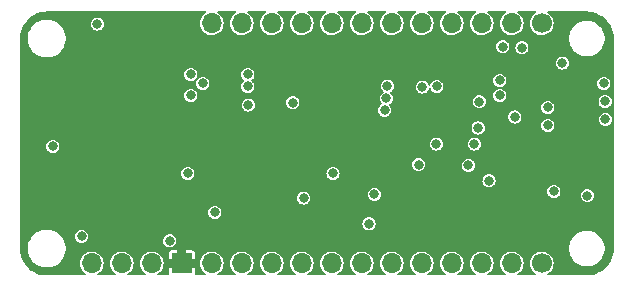
<source format=gbr>
G04 #@! TF.GenerationSoftware,KiCad,Pcbnew,8.0.3*
G04 #@! TF.CreationDate,2024-06-26T11:29:34-05:00*
G04 #@! TF.ProjectId,Bald Sense Wing v3,42616c64-2053-4656-9e73-652057696e67,rev?*
G04 #@! TF.SameCoordinates,Original*
G04 #@! TF.FileFunction,Copper,L2,Inr*
G04 #@! TF.FilePolarity,Positive*
%FSLAX46Y46*%
G04 Gerber Fmt 4.6, Leading zero omitted, Abs format (unit mm)*
G04 Created by KiCad (PCBNEW 8.0.3) date 2024-06-26 11:29:34*
%MOMM*%
%LPD*%
G01*
G04 APERTURE LIST*
G04 #@! TA.AperFunction,ComponentPad*
%ADD10C,1.700000*%
G04 #@! TD*
G04 #@! TA.AperFunction,ComponentPad*
%ADD11O,1.700000X1.700000*%
G04 #@! TD*
G04 #@! TA.AperFunction,ComponentPad*
%ADD12R,1.700000X1.700000*%
G04 #@! TD*
G04 #@! TA.AperFunction,ViaPad*
%ADD13C,0.800000*%
G04 #@! TD*
G04 APERTURE END LIST*
D10*
X69850000Y-46990000D03*
D11*
X67310000Y-46990000D03*
X64770000Y-46990000D03*
X62230000Y-46990000D03*
X59690000Y-46990000D03*
X57150000Y-46990000D03*
X54610000Y-46990000D03*
X52070000Y-46990000D03*
X49530000Y-46990000D03*
X46990000Y-46990000D03*
X44450000Y-46990000D03*
X41910000Y-46990000D03*
D12*
X39370000Y-46990000D03*
D11*
X36830000Y-46990000D03*
X34290000Y-46990000D03*
X31750000Y-46990000D03*
D10*
X69850000Y-26670000D03*
D11*
X67310000Y-26670000D03*
X64770000Y-26670000D03*
X62230000Y-26670000D03*
X59690000Y-26670000D03*
X57150000Y-26670000D03*
X54610000Y-26670000D03*
X52070000Y-26670000D03*
X49530000Y-26670000D03*
X46990000Y-26670000D03*
X44450000Y-26670000D03*
X41910000Y-26670000D03*
D13*
X40132000Y-30988000D03*
X30886400Y-44704000D03*
X28448000Y-37084000D03*
X66293990Y-31496000D03*
X56533603Y-34014733D03*
X32207200Y-26720800D03*
X41148000Y-31750000D03*
X40132000Y-32766000D03*
X70866000Y-40894000D03*
X70358000Y-35306000D03*
X65379600Y-39979600D03*
X70358000Y-33782000D03*
X60909200Y-36880800D03*
X39522400Y-27787600D03*
X47701200Y-33375600D03*
X61468000Y-40894000D03*
X70873802Y-37604000D03*
X54356000Y-35306000D03*
X41605200Y-33883600D03*
X28321000Y-34925000D03*
X42164000Y-43688000D03*
X37592000Y-31496000D03*
X58166000Y-34798000D03*
X34042598Y-43078400D03*
X53594000Y-40386000D03*
X63500000Y-31902400D03*
X30226000Y-41402000D03*
X46431200Y-36220400D03*
X45720000Y-39116000D03*
X69850000Y-40640000D03*
X69392800Y-31496000D03*
X56434200Y-35079810D03*
X38354000Y-45075990D03*
X60960000Y-32004000D03*
X56688200Y-33011706D03*
X68163969Y-28711631D03*
X66548000Y-28625800D03*
X59740800Y-32054800D03*
X71580000Y-30030000D03*
X75240378Y-34798000D03*
X56779342Y-31963705D03*
X44958000Y-32004000D03*
X44958000Y-30988000D03*
X45008800Y-33578800D03*
X63635142Y-38679871D03*
X39877994Y-39370000D03*
X73710800Y-41249600D03*
X55219600Y-43637204D03*
X66294000Y-32765988D03*
X75099924Y-31751087D03*
X67564006Y-34585523D03*
X55676800Y-41148000D03*
X48768000Y-33375600D03*
X49682400Y-41452800D03*
X64551800Y-33299400D03*
X64459699Y-35529099D03*
X42164000Y-42672000D03*
X75212402Y-33274000D03*
X64135002Y-36880800D03*
X52171600Y-39372402D03*
X59418410Y-38618908D03*
G04 #@! TA.AperFunction,Conductor*
G36*
X41430482Y-25672093D02*
G01*
X41456202Y-25716642D01*
X41447269Y-25767300D01*
X41417594Y-25796019D01*
X41361383Y-25826064D01*
X41350118Y-25832086D01*
X41350114Y-25832089D01*
X41197410Y-25957410D01*
X41072089Y-26110114D01*
X41072086Y-26110118D01*
X40978956Y-26284352D01*
X40978955Y-26284356D01*
X40921610Y-26473398D01*
X40921610Y-26473400D01*
X40902247Y-26670000D01*
X40921610Y-26866599D01*
X40921610Y-26866601D01*
X40978955Y-27055643D01*
X40978956Y-27055647D01*
X41072086Y-27229881D01*
X41072089Y-27229885D01*
X41197410Y-27382589D01*
X41350114Y-27507910D01*
X41350118Y-27507913D01*
X41350122Y-27507916D01*
X41524350Y-27601042D01*
X41524352Y-27601043D01*
X41524356Y-27601044D01*
X41567593Y-27614159D01*
X41713397Y-27658389D01*
X41910000Y-27677753D01*
X42106603Y-27658389D01*
X42295650Y-27601042D01*
X42469878Y-27507916D01*
X42622589Y-27382589D01*
X42747916Y-27229878D01*
X42841042Y-27055650D01*
X42898389Y-26866603D01*
X42917753Y-26670000D01*
X42898389Y-26473397D01*
X42841042Y-26284350D01*
X42747916Y-26110122D01*
X42747913Y-26110118D01*
X42747910Y-26110114D01*
X42622589Y-25957410D01*
X42469885Y-25832089D01*
X42469881Y-25832086D01*
X42469879Y-25832085D01*
X42469878Y-25832084D01*
X42402405Y-25796019D01*
X42368071Y-25757719D01*
X42366387Y-25706306D01*
X42398145Y-25665840D01*
X42437856Y-25654500D01*
X43922144Y-25654500D01*
X43970482Y-25672093D01*
X43996202Y-25716642D01*
X43987269Y-25767300D01*
X43957594Y-25796019D01*
X43901383Y-25826064D01*
X43890118Y-25832086D01*
X43890114Y-25832089D01*
X43737410Y-25957410D01*
X43612089Y-26110114D01*
X43612086Y-26110118D01*
X43518956Y-26284352D01*
X43518955Y-26284356D01*
X43461610Y-26473398D01*
X43461610Y-26473400D01*
X43442247Y-26670000D01*
X43461610Y-26866599D01*
X43461610Y-26866601D01*
X43518955Y-27055643D01*
X43518956Y-27055647D01*
X43612086Y-27229881D01*
X43612089Y-27229885D01*
X43737410Y-27382589D01*
X43890114Y-27507910D01*
X43890118Y-27507913D01*
X43890122Y-27507916D01*
X44064350Y-27601042D01*
X44064352Y-27601043D01*
X44064356Y-27601044D01*
X44107593Y-27614159D01*
X44253397Y-27658389D01*
X44450000Y-27677753D01*
X44646603Y-27658389D01*
X44835650Y-27601042D01*
X45009878Y-27507916D01*
X45162589Y-27382589D01*
X45287916Y-27229878D01*
X45381042Y-27055650D01*
X45438389Y-26866603D01*
X45457753Y-26670000D01*
X45438389Y-26473397D01*
X45381042Y-26284350D01*
X45287916Y-26110122D01*
X45287913Y-26110118D01*
X45287910Y-26110114D01*
X45162589Y-25957410D01*
X45009885Y-25832089D01*
X45009881Y-25832086D01*
X45009879Y-25832085D01*
X45009878Y-25832084D01*
X44942405Y-25796019D01*
X44908071Y-25757719D01*
X44906387Y-25706306D01*
X44938145Y-25665840D01*
X44977856Y-25654500D01*
X46462144Y-25654500D01*
X46510482Y-25672093D01*
X46536202Y-25716642D01*
X46527269Y-25767300D01*
X46497594Y-25796019D01*
X46441383Y-25826064D01*
X46430118Y-25832086D01*
X46430114Y-25832089D01*
X46277410Y-25957410D01*
X46152089Y-26110114D01*
X46152086Y-26110118D01*
X46058956Y-26284352D01*
X46058955Y-26284356D01*
X46001610Y-26473398D01*
X46001610Y-26473400D01*
X45982247Y-26670000D01*
X46001610Y-26866599D01*
X46001610Y-26866601D01*
X46058955Y-27055643D01*
X46058956Y-27055647D01*
X46152086Y-27229881D01*
X46152089Y-27229885D01*
X46277410Y-27382589D01*
X46430114Y-27507910D01*
X46430118Y-27507913D01*
X46430122Y-27507916D01*
X46604350Y-27601042D01*
X46604352Y-27601043D01*
X46604356Y-27601044D01*
X46647593Y-27614159D01*
X46793397Y-27658389D01*
X46990000Y-27677753D01*
X47186603Y-27658389D01*
X47375650Y-27601042D01*
X47549878Y-27507916D01*
X47702589Y-27382589D01*
X47827916Y-27229878D01*
X47921042Y-27055650D01*
X47978389Y-26866603D01*
X47997753Y-26670000D01*
X47978389Y-26473397D01*
X47921042Y-26284350D01*
X47827916Y-26110122D01*
X47827913Y-26110118D01*
X47827910Y-26110114D01*
X47702589Y-25957410D01*
X47549885Y-25832089D01*
X47549881Y-25832086D01*
X47549879Y-25832085D01*
X47549878Y-25832084D01*
X47482405Y-25796019D01*
X47448071Y-25757719D01*
X47446387Y-25706306D01*
X47478145Y-25665840D01*
X47517856Y-25654500D01*
X49002144Y-25654500D01*
X49050482Y-25672093D01*
X49076202Y-25716642D01*
X49067269Y-25767300D01*
X49037594Y-25796019D01*
X48981383Y-25826064D01*
X48970118Y-25832086D01*
X48970114Y-25832089D01*
X48817410Y-25957410D01*
X48692089Y-26110114D01*
X48692086Y-26110118D01*
X48598956Y-26284352D01*
X48598955Y-26284356D01*
X48541610Y-26473398D01*
X48541610Y-26473400D01*
X48522247Y-26670000D01*
X48541610Y-26866599D01*
X48541610Y-26866601D01*
X48598955Y-27055643D01*
X48598956Y-27055647D01*
X48692086Y-27229881D01*
X48692089Y-27229885D01*
X48817410Y-27382589D01*
X48970114Y-27507910D01*
X48970118Y-27507913D01*
X48970122Y-27507916D01*
X49144350Y-27601042D01*
X49144352Y-27601043D01*
X49144356Y-27601044D01*
X49187593Y-27614159D01*
X49333397Y-27658389D01*
X49530000Y-27677753D01*
X49726603Y-27658389D01*
X49915650Y-27601042D01*
X50089878Y-27507916D01*
X50242589Y-27382589D01*
X50367916Y-27229878D01*
X50461042Y-27055650D01*
X50518389Y-26866603D01*
X50537753Y-26670000D01*
X50518389Y-26473397D01*
X50461042Y-26284350D01*
X50367916Y-26110122D01*
X50367913Y-26110118D01*
X50367910Y-26110114D01*
X50242589Y-25957410D01*
X50089885Y-25832089D01*
X50089881Y-25832086D01*
X50089879Y-25832085D01*
X50089878Y-25832084D01*
X50022405Y-25796019D01*
X49988071Y-25757719D01*
X49986387Y-25706306D01*
X50018145Y-25665840D01*
X50057856Y-25654500D01*
X51542144Y-25654500D01*
X51590482Y-25672093D01*
X51616202Y-25716642D01*
X51607269Y-25767300D01*
X51577594Y-25796019D01*
X51521383Y-25826064D01*
X51510118Y-25832086D01*
X51510114Y-25832089D01*
X51357410Y-25957410D01*
X51232089Y-26110114D01*
X51232086Y-26110118D01*
X51138956Y-26284352D01*
X51138955Y-26284356D01*
X51081610Y-26473398D01*
X51081610Y-26473400D01*
X51062247Y-26670000D01*
X51081610Y-26866599D01*
X51081610Y-26866601D01*
X51138955Y-27055643D01*
X51138956Y-27055647D01*
X51232086Y-27229881D01*
X51232089Y-27229885D01*
X51357410Y-27382589D01*
X51510114Y-27507910D01*
X51510118Y-27507913D01*
X51510122Y-27507916D01*
X51684350Y-27601042D01*
X51684352Y-27601043D01*
X51684356Y-27601044D01*
X51727593Y-27614159D01*
X51873397Y-27658389D01*
X52070000Y-27677753D01*
X52266603Y-27658389D01*
X52455650Y-27601042D01*
X52629878Y-27507916D01*
X52782589Y-27382589D01*
X52907916Y-27229878D01*
X53001042Y-27055650D01*
X53058389Y-26866603D01*
X53077753Y-26670000D01*
X53058389Y-26473397D01*
X53001042Y-26284350D01*
X52907916Y-26110122D01*
X52907913Y-26110118D01*
X52907910Y-26110114D01*
X52782589Y-25957410D01*
X52629885Y-25832089D01*
X52629881Y-25832086D01*
X52629879Y-25832085D01*
X52629878Y-25832084D01*
X52562405Y-25796019D01*
X52528071Y-25757719D01*
X52526387Y-25706306D01*
X52558145Y-25665840D01*
X52597856Y-25654500D01*
X54082144Y-25654500D01*
X54130482Y-25672093D01*
X54156202Y-25716642D01*
X54147269Y-25767300D01*
X54117594Y-25796019D01*
X54061383Y-25826064D01*
X54050118Y-25832086D01*
X54050114Y-25832089D01*
X53897410Y-25957410D01*
X53772089Y-26110114D01*
X53772086Y-26110118D01*
X53678956Y-26284352D01*
X53678955Y-26284356D01*
X53621610Y-26473398D01*
X53621610Y-26473400D01*
X53602247Y-26670000D01*
X53621610Y-26866599D01*
X53621610Y-26866601D01*
X53678955Y-27055643D01*
X53678956Y-27055647D01*
X53772086Y-27229881D01*
X53772089Y-27229885D01*
X53897410Y-27382589D01*
X54050114Y-27507910D01*
X54050118Y-27507913D01*
X54050122Y-27507916D01*
X54224350Y-27601042D01*
X54224352Y-27601043D01*
X54224356Y-27601044D01*
X54267593Y-27614159D01*
X54413397Y-27658389D01*
X54610000Y-27677753D01*
X54806603Y-27658389D01*
X54995650Y-27601042D01*
X55169878Y-27507916D01*
X55322589Y-27382589D01*
X55447916Y-27229878D01*
X55541042Y-27055650D01*
X55598389Y-26866603D01*
X55617753Y-26670000D01*
X55598389Y-26473397D01*
X55541042Y-26284350D01*
X55447916Y-26110122D01*
X55447913Y-26110118D01*
X55447910Y-26110114D01*
X55322589Y-25957410D01*
X55169885Y-25832089D01*
X55169881Y-25832086D01*
X55169879Y-25832085D01*
X55169878Y-25832084D01*
X55102405Y-25796019D01*
X55068071Y-25757719D01*
X55066387Y-25706306D01*
X55098145Y-25665840D01*
X55137856Y-25654500D01*
X56622144Y-25654500D01*
X56670482Y-25672093D01*
X56696202Y-25716642D01*
X56687269Y-25767300D01*
X56657594Y-25796019D01*
X56601383Y-25826064D01*
X56590118Y-25832086D01*
X56590114Y-25832089D01*
X56437410Y-25957410D01*
X56312089Y-26110114D01*
X56312086Y-26110118D01*
X56218956Y-26284352D01*
X56218955Y-26284356D01*
X56161610Y-26473398D01*
X56161610Y-26473400D01*
X56142247Y-26670000D01*
X56161610Y-26866599D01*
X56161610Y-26866601D01*
X56218955Y-27055643D01*
X56218956Y-27055647D01*
X56312086Y-27229881D01*
X56312089Y-27229885D01*
X56437410Y-27382589D01*
X56590114Y-27507910D01*
X56590118Y-27507913D01*
X56590122Y-27507916D01*
X56764350Y-27601042D01*
X56764352Y-27601043D01*
X56764356Y-27601044D01*
X56807593Y-27614159D01*
X56953397Y-27658389D01*
X57150000Y-27677753D01*
X57346603Y-27658389D01*
X57535650Y-27601042D01*
X57709878Y-27507916D01*
X57862589Y-27382589D01*
X57987916Y-27229878D01*
X58081042Y-27055650D01*
X58138389Y-26866603D01*
X58157753Y-26670000D01*
X58138389Y-26473397D01*
X58081042Y-26284350D01*
X57987916Y-26110122D01*
X57987913Y-26110118D01*
X57987910Y-26110114D01*
X57862589Y-25957410D01*
X57709885Y-25832089D01*
X57709881Y-25832086D01*
X57709879Y-25832085D01*
X57709878Y-25832084D01*
X57642405Y-25796019D01*
X57608071Y-25757719D01*
X57606387Y-25706306D01*
X57638145Y-25665840D01*
X57677856Y-25654500D01*
X59162144Y-25654500D01*
X59210482Y-25672093D01*
X59236202Y-25716642D01*
X59227269Y-25767300D01*
X59197594Y-25796019D01*
X59141383Y-25826064D01*
X59130118Y-25832086D01*
X59130114Y-25832089D01*
X58977410Y-25957410D01*
X58852089Y-26110114D01*
X58852086Y-26110118D01*
X58758956Y-26284352D01*
X58758955Y-26284356D01*
X58701610Y-26473398D01*
X58701610Y-26473400D01*
X58682247Y-26670000D01*
X58701610Y-26866599D01*
X58701610Y-26866601D01*
X58758955Y-27055643D01*
X58758956Y-27055647D01*
X58852086Y-27229881D01*
X58852089Y-27229885D01*
X58977410Y-27382589D01*
X59130114Y-27507910D01*
X59130118Y-27507913D01*
X59130122Y-27507916D01*
X59304350Y-27601042D01*
X59304352Y-27601043D01*
X59304356Y-27601044D01*
X59347593Y-27614159D01*
X59493397Y-27658389D01*
X59690000Y-27677753D01*
X59886603Y-27658389D01*
X60075650Y-27601042D01*
X60249878Y-27507916D01*
X60402589Y-27382589D01*
X60527916Y-27229878D01*
X60621042Y-27055650D01*
X60678389Y-26866603D01*
X60697753Y-26670000D01*
X60678389Y-26473397D01*
X60621042Y-26284350D01*
X60527916Y-26110122D01*
X60527913Y-26110118D01*
X60527910Y-26110114D01*
X60402589Y-25957410D01*
X60249885Y-25832089D01*
X60249881Y-25832086D01*
X60249879Y-25832085D01*
X60249878Y-25832084D01*
X60182405Y-25796019D01*
X60148071Y-25757719D01*
X60146387Y-25706306D01*
X60178145Y-25665840D01*
X60217856Y-25654500D01*
X61702144Y-25654500D01*
X61750482Y-25672093D01*
X61776202Y-25716642D01*
X61767269Y-25767300D01*
X61737594Y-25796019D01*
X61681383Y-25826064D01*
X61670118Y-25832086D01*
X61670114Y-25832089D01*
X61517410Y-25957410D01*
X61392089Y-26110114D01*
X61392086Y-26110118D01*
X61298956Y-26284352D01*
X61298955Y-26284356D01*
X61241610Y-26473398D01*
X61241610Y-26473400D01*
X61222247Y-26670000D01*
X61241610Y-26866599D01*
X61241610Y-26866601D01*
X61298955Y-27055643D01*
X61298956Y-27055647D01*
X61392086Y-27229881D01*
X61392089Y-27229885D01*
X61517410Y-27382589D01*
X61670114Y-27507910D01*
X61670118Y-27507913D01*
X61670122Y-27507916D01*
X61844350Y-27601042D01*
X61844352Y-27601043D01*
X61844356Y-27601044D01*
X61887593Y-27614159D01*
X62033397Y-27658389D01*
X62230000Y-27677753D01*
X62426603Y-27658389D01*
X62615650Y-27601042D01*
X62789878Y-27507916D01*
X62942589Y-27382589D01*
X63067916Y-27229878D01*
X63161042Y-27055650D01*
X63218389Y-26866603D01*
X63237753Y-26670000D01*
X63218389Y-26473397D01*
X63161042Y-26284350D01*
X63067916Y-26110122D01*
X63067913Y-26110118D01*
X63067910Y-26110114D01*
X62942589Y-25957410D01*
X62789885Y-25832089D01*
X62789881Y-25832086D01*
X62789879Y-25832085D01*
X62789878Y-25832084D01*
X62722405Y-25796019D01*
X62688071Y-25757719D01*
X62686387Y-25706306D01*
X62718145Y-25665840D01*
X62757856Y-25654500D01*
X64242144Y-25654500D01*
X64290482Y-25672093D01*
X64316202Y-25716642D01*
X64307269Y-25767300D01*
X64277594Y-25796019D01*
X64221383Y-25826064D01*
X64210118Y-25832086D01*
X64210114Y-25832089D01*
X64057410Y-25957410D01*
X63932089Y-26110114D01*
X63932086Y-26110118D01*
X63838956Y-26284352D01*
X63838955Y-26284356D01*
X63781610Y-26473398D01*
X63781610Y-26473400D01*
X63762247Y-26670000D01*
X63781610Y-26866599D01*
X63781610Y-26866601D01*
X63838955Y-27055643D01*
X63838956Y-27055647D01*
X63932086Y-27229881D01*
X63932089Y-27229885D01*
X64057410Y-27382589D01*
X64210114Y-27507910D01*
X64210118Y-27507913D01*
X64210122Y-27507916D01*
X64384350Y-27601042D01*
X64384352Y-27601043D01*
X64384356Y-27601044D01*
X64427593Y-27614159D01*
X64573397Y-27658389D01*
X64770000Y-27677753D01*
X64966603Y-27658389D01*
X65155650Y-27601042D01*
X65329878Y-27507916D01*
X65482589Y-27382589D01*
X65607916Y-27229878D01*
X65701042Y-27055650D01*
X65758389Y-26866603D01*
X65777753Y-26670000D01*
X65758389Y-26473397D01*
X65701042Y-26284350D01*
X65607916Y-26110122D01*
X65607913Y-26110118D01*
X65607910Y-26110114D01*
X65482589Y-25957410D01*
X65329885Y-25832089D01*
X65329881Y-25832086D01*
X65329879Y-25832085D01*
X65329878Y-25832084D01*
X65262405Y-25796019D01*
X65228071Y-25757719D01*
X65226387Y-25706306D01*
X65258145Y-25665840D01*
X65297856Y-25654500D01*
X66782144Y-25654500D01*
X66830482Y-25672093D01*
X66856202Y-25716642D01*
X66847269Y-25767300D01*
X66817594Y-25796019D01*
X66761383Y-25826064D01*
X66750118Y-25832086D01*
X66750114Y-25832089D01*
X66597410Y-25957410D01*
X66472089Y-26110114D01*
X66472086Y-26110118D01*
X66378956Y-26284352D01*
X66378955Y-26284356D01*
X66321610Y-26473398D01*
X66321610Y-26473400D01*
X66302247Y-26670000D01*
X66321610Y-26866599D01*
X66321610Y-26866601D01*
X66378955Y-27055643D01*
X66378956Y-27055647D01*
X66472086Y-27229881D01*
X66472089Y-27229885D01*
X66597410Y-27382589D01*
X66750114Y-27507910D01*
X66750118Y-27507913D01*
X66750122Y-27507916D01*
X66924350Y-27601042D01*
X66924352Y-27601043D01*
X66924356Y-27601044D01*
X66967593Y-27614159D01*
X67113397Y-27658389D01*
X67310000Y-27677753D01*
X67506603Y-27658389D01*
X67695650Y-27601042D01*
X67869878Y-27507916D01*
X68022589Y-27382589D01*
X68147916Y-27229878D01*
X68241042Y-27055650D01*
X68298389Y-26866603D01*
X68317753Y-26670000D01*
X68298389Y-26473397D01*
X68241042Y-26284350D01*
X68147916Y-26110122D01*
X68147913Y-26110118D01*
X68147910Y-26110114D01*
X68022589Y-25957410D01*
X67869885Y-25832089D01*
X67869881Y-25832086D01*
X67869879Y-25832085D01*
X67869878Y-25832084D01*
X67802405Y-25796019D01*
X67768071Y-25757719D01*
X67766387Y-25706306D01*
X67798145Y-25665840D01*
X67837856Y-25654500D01*
X69322144Y-25654500D01*
X69370482Y-25672093D01*
X69396202Y-25716642D01*
X69387269Y-25767300D01*
X69357594Y-25796019D01*
X69301383Y-25826064D01*
X69290118Y-25832086D01*
X69290114Y-25832089D01*
X69137410Y-25957410D01*
X69012089Y-26110114D01*
X69012086Y-26110118D01*
X68918956Y-26284352D01*
X68918955Y-26284356D01*
X68861610Y-26473398D01*
X68861610Y-26473400D01*
X68842247Y-26670000D01*
X68861610Y-26866599D01*
X68861610Y-26866601D01*
X68918955Y-27055643D01*
X68918956Y-27055647D01*
X69012086Y-27229881D01*
X69012089Y-27229885D01*
X69137410Y-27382589D01*
X69290114Y-27507910D01*
X69290118Y-27507913D01*
X69290122Y-27507916D01*
X69464350Y-27601042D01*
X69464352Y-27601043D01*
X69464356Y-27601044D01*
X69507593Y-27614159D01*
X69653397Y-27658389D01*
X69850000Y-27677753D01*
X70046603Y-27658389D01*
X70235650Y-27601042D01*
X70409878Y-27507916D01*
X70562589Y-27382589D01*
X70687916Y-27229878D01*
X70781042Y-27055650D01*
X70838389Y-26866603D01*
X70857753Y-26670000D01*
X70838389Y-26473397D01*
X70781042Y-26284350D01*
X70687916Y-26110122D01*
X70687913Y-26110118D01*
X70687910Y-26110114D01*
X70562589Y-25957410D01*
X70409885Y-25832089D01*
X70409881Y-25832086D01*
X70409879Y-25832085D01*
X70409878Y-25832084D01*
X70342405Y-25796019D01*
X70308071Y-25757719D01*
X70306387Y-25706306D01*
X70338145Y-25665840D01*
X70377856Y-25654500D01*
X73615125Y-25654500D01*
X73657725Y-25654500D01*
X73662264Y-25654636D01*
X73930957Y-25670889D01*
X73939957Y-25671983D01*
X74202491Y-25720093D01*
X74211286Y-25722261D01*
X74466104Y-25801666D01*
X74474595Y-25804886D01*
X74717978Y-25914423D01*
X74726013Y-25918640D01*
X74954423Y-26056719D01*
X74961896Y-26061878D01*
X75171988Y-26226475D01*
X75178785Y-26232497D01*
X75367502Y-26421214D01*
X75373524Y-26428011D01*
X75538121Y-26638103D01*
X75543280Y-26645576D01*
X75681357Y-26873983D01*
X75685577Y-26882024D01*
X75795113Y-27125404D01*
X75798333Y-27133895D01*
X75877735Y-27388702D01*
X75879908Y-27397519D01*
X75928015Y-27660035D01*
X75929110Y-27669049D01*
X75945363Y-27937734D01*
X75945500Y-27942275D01*
X75945500Y-34770671D01*
X75935961Y-34796878D01*
X75943717Y-34809052D01*
X75945500Y-34825328D01*
X75945500Y-45717724D01*
X75945363Y-45722265D01*
X75929110Y-45990950D01*
X75928015Y-45999964D01*
X75879908Y-46262480D01*
X75877735Y-46271297D01*
X75798333Y-46526104D01*
X75795113Y-46534595D01*
X75685577Y-46777975D01*
X75681357Y-46786016D01*
X75543280Y-47014423D01*
X75538121Y-47021896D01*
X75373524Y-47231988D01*
X75367502Y-47238785D01*
X75178785Y-47427502D01*
X75171988Y-47433524D01*
X74961896Y-47598121D01*
X74954423Y-47603280D01*
X74726016Y-47741357D01*
X74717975Y-47745577D01*
X74474595Y-47855113D01*
X74466104Y-47858333D01*
X74211297Y-47937735D01*
X74202480Y-47939908D01*
X73939964Y-47988015D01*
X73930950Y-47989110D01*
X73706686Y-48002676D01*
X73662263Y-48005363D01*
X73657725Y-48005500D01*
X70377856Y-48005500D01*
X70329518Y-47987907D01*
X70303798Y-47943358D01*
X70312731Y-47892700D01*
X70342405Y-47863980D01*
X70409878Y-47827916D01*
X70562589Y-47702589D01*
X70687916Y-47549878D01*
X70781042Y-47375650D01*
X70838389Y-47186603D01*
X70857753Y-46990000D01*
X70838389Y-46793397D01*
X70781042Y-46604350D01*
X70687916Y-46430122D01*
X70687913Y-46430118D01*
X70687910Y-46430114D01*
X70562589Y-46277410D01*
X70409885Y-46152089D01*
X70409881Y-46152086D01*
X70409879Y-46152085D01*
X70409878Y-46152084D01*
X70302663Y-46094777D01*
X70235647Y-46058956D01*
X70235643Y-46058955D01*
X70046600Y-46001610D01*
X69850000Y-45982247D01*
X69653400Y-46001610D01*
X69653398Y-46001610D01*
X69464356Y-46058955D01*
X69464352Y-46058956D01*
X69290118Y-46152086D01*
X69290114Y-46152089D01*
X69137410Y-46277410D01*
X69012089Y-46430114D01*
X69012086Y-46430118D01*
X68918956Y-46604352D01*
X68918955Y-46604356D01*
X68861610Y-46793398D01*
X68861610Y-46793400D01*
X68842247Y-46990000D01*
X68861610Y-47186599D01*
X68861610Y-47186601D01*
X68918955Y-47375643D01*
X68918956Y-47375647D01*
X69012086Y-47549881D01*
X69012089Y-47549885D01*
X69137410Y-47702589D01*
X69290114Y-47827910D01*
X69290118Y-47827913D01*
X69290122Y-47827916D01*
X69357594Y-47863980D01*
X69391929Y-47902281D01*
X69393613Y-47953694D01*
X69361855Y-47994160D01*
X69322144Y-48005500D01*
X67837856Y-48005500D01*
X67789518Y-47987907D01*
X67763798Y-47943358D01*
X67772731Y-47892700D01*
X67802405Y-47863980D01*
X67869878Y-47827916D01*
X68022589Y-47702589D01*
X68147916Y-47549878D01*
X68241042Y-47375650D01*
X68298389Y-47186603D01*
X68317753Y-46990000D01*
X68298389Y-46793397D01*
X68241042Y-46604350D01*
X68147916Y-46430122D01*
X68147913Y-46430118D01*
X68147910Y-46430114D01*
X68022589Y-46277410D01*
X67869885Y-46152089D01*
X67869881Y-46152086D01*
X67869879Y-46152085D01*
X67869878Y-46152084D01*
X67762663Y-46094777D01*
X67695647Y-46058956D01*
X67695643Y-46058955D01*
X67506600Y-46001610D01*
X67310000Y-45982247D01*
X67113400Y-46001610D01*
X67113398Y-46001610D01*
X66924356Y-46058955D01*
X66924352Y-46058956D01*
X66750118Y-46152086D01*
X66750114Y-46152089D01*
X66597410Y-46277410D01*
X66472089Y-46430114D01*
X66472086Y-46430118D01*
X66378956Y-46604352D01*
X66378955Y-46604356D01*
X66321610Y-46793398D01*
X66321610Y-46793400D01*
X66302247Y-46990000D01*
X66321610Y-47186599D01*
X66321610Y-47186601D01*
X66378955Y-47375643D01*
X66378956Y-47375647D01*
X66472086Y-47549881D01*
X66472089Y-47549885D01*
X66597410Y-47702589D01*
X66750114Y-47827910D01*
X66750118Y-47827913D01*
X66750122Y-47827916D01*
X66817594Y-47863980D01*
X66851929Y-47902281D01*
X66853613Y-47953694D01*
X66821855Y-47994160D01*
X66782144Y-48005500D01*
X65297856Y-48005500D01*
X65249518Y-47987907D01*
X65223798Y-47943358D01*
X65232731Y-47892700D01*
X65262405Y-47863980D01*
X65329878Y-47827916D01*
X65482589Y-47702589D01*
X65607916Y-47549878D01*
X65701042Y-47375650D01*
X65758389Y-47186603D01*
X65777753Y-46990000D01*
X65758389Y-46793397D01*
X65701042Y-46604350D01*
X65607916Y-46430122D01*
X65607913Y-46430118D01*
X65607910Y-46430114D01*
X65482589Y-46277410D01*
X65329885Y-46152089D01*
X65329881Y-46152086D01*
X65329879Y-46152085D01*
X65329878Y-46152084D01*
X65222663Y-46094777D01*
X65155647Y-46058956D01*
X65155643Y-46058955D01*
X64966600Y-46001610D01*
X64770000Y-45982247D01*
X64573400Y-46001610D01*
X64573398Y-46001610D01*
X64384356Y-46058955D01*
X64384352Y-46058956D01*
X64210118Y-46152086D01*
X64210114Y-46152089D01*
X64057410Y-46277410D01*
X63932089Y-46430114D01*
X63932086Y-46430118D01*
X63838956Y-46604352D01*
X63838955Y-46604356D01*
X63781610Y-46793398D01*
X63781610Y-46793400D01*
X63762247Y-46990000D01*
X63781610Y-47186599D01*
X63781610Y-47186601D01*
X63838955Y-47375643D01*
X63838956Y-47375647D01*
X63932086Y-47549881D01*
X63932089Y-47549885D01*
X64057410Y-47702589D01*
X64210114Y-47827910D01*
X64210118Y-47827913D01*
X64210122Y-47827916D01*
X64277594Y-47863980D01*
X64311929Y-47902281D01*
X64313613Y-47953694D01*
X64281855Y-47994160D01*
X64242144Y-48005500D01*
X62757856Y-48005500D01*
X62709518Y-47987907D01*
X62683798Y-47943358D01*
X62692731Y-47892700D01*
X62722405Y-47863980D01*
X62789878Y-47827916D01*
X62942589Y-47702589D01*
X63067916Y-47549878D01*
X63161042Y-47375650D01*
X63218389Y-47186603D01*
X63237753Y-46990000D01*
X63218389Y-46793397D01*
X63161042Y-46604350D01*
X63067916Y-46430122D01*
X63067913Y-46430118D01*
X63067910Y-46430114D01*
X62942589Y-46277410D01*
X62789885Y-46152089D01*
X62789881Y-46152086D01*
X62789879Y-46152085D01*
X62789878Y-46152084D01*
X62682663Y-46094777D01*
X62615647Y-46058956D01*
X62615643Y-46058955D01*
X62426600Y-46001610D01*
X62230000Y-45982247D01*
X62033400Y-46001610D01*
X62033398Y-46001610D01*
X61844356Y-46058955D01*
X61844352Y-46058956D01*
X61670118Y-46152086D01*
X61670114Y-46152089D01*
X61517410Y-46277410D01*
X61392089Y-46430114D01*
X61392086Y-46430118D01*
X61298956Y-46604352D01*
X61298955Y-46604356D01*
X61241610Y-46793398D01*
X61241610Y-46793400D01*
X61222247Y-46990000D01*
X61241610Y-47186599D01*
X61241610Y-47186601D01*
X61298955Y-47375643D01*
X61298956Y-47375647D01*
X61392086Y-47549881D01*
X61392089Y-47549885D01*
X61517410Y-47702589D01*
X61670114Y-47827910D01*
X61670118Y-47827913D01*
X61670122Y-47827916D01*
X61737594Y-47863980D01*
X61771929Y-47902281D01*
X61773613Y-47953694D01*
X61741855Y-47994160D01*
X61702144Y-48005500D01*
X60217856Y-48005500D01*
X60169518Y-47987907D01*
X60143798Y-47943358D01*
X60152731Y-47892700D01*
X60182405Y-47863980D01*
X60249878Y-47827916D01*
X60402589Y-47702589D01*
X60527916Y-47549878D01*
X60621042Y-47375650D01*
X60678389Y-47186603D01*
X60697753Y-46990000D01*
X60678389Y-46793397D01*
X60621042Y-46604350D01*
X60527916Y-46430122D01*
X60527913Y-46430118D01*
X60527910Y-46430114D01*
X60402589Y-46277410D01*
X60249885Y-46152089D01*
X60249881Y-46152086D01*
X60249879Y-46152085D01*
X60249878Y-46152084D01*
X60142663Y-46094777D01*
X60075647Y-46058956D01*
X60075643Y-46058955D01*
X59886600Y-46001610D01*
X59690000Y-45982247D01*
X59493400Y-46001610D01*
X59493398Y-46001610D01*
X59304356Y-46058955D01*
X59304352Y-46058956D01*
X59130118Y-46152086D01*
X59130114Y-46152089D01*
X58977410Y-46277410D01*
X58852089Y-46430114D01*
X58852086Y-46430118D01*
X58758956Y-46604352D01*
X58758955Y-46604356D01*
X58701610Y-46793398D01*
X58701610Y-46793400D01*
X58682247Y-46990000D01*
X58701610Y-47186599D01*
X58701610Y-47186601D01*
X58758955Y-47375643D01*
X58758956Y-47375647D01*
X58852086Y-47549881D01*
X58852089Y-47549885D01*
X58977410Y-47702589D01*
X59130114Y-47827910D01*
X59130118Y-47827913D01*
X59130122Y-47827916D01*
X59197594Y-47863980D01*
X59231929Y-47902281D01*
X59233613Y-47953694D01*
X59201855Y-47994160D01*
X59162144Y-48005500D01*
X57677856Y-48005500D01*
X57629518Y-47987907D01*
X57603798Y-47943358D01*
X57612731Y-47892700D01*
X57642405Y-47863980D01*
X57709878Y-47827916D01*
X57862589Y-47702589D01*
X57987916Y-47549878D01*
X58081042Y-47375650D01*
X58138389Y-47186603D01*
X58157753Y-46990000D01*
X58138389Y-46793397D01*
X58081042Y-46604350D01*
X57987916Y-46430122D01*
X57987913Y-46430118D01*
X57987910Y-46430114D01*
X57862589Y-46277410D01*
X57709885Y-46152089D01*
X57709881Y-46152086D01*
X57709879Y-46152085D01*
X57709878Y-46152084D01*
X57602663Y-46094777D01*
X57535647Y-46058956D01*
X57535643Y-46058955D01*
X57346600Y-46001610D01*
X57150000Y-45982247D01*
X56953400Y-46001610D01*
X56953398Y-46001610D01*
X56764356Y-46058955D01*
X56764352Y-46058956D01*
X56590118Y-46152086D01*
X56590114Y-46152089D01*
X56437410Y-46277410D01*
X56312089Y-46430114D01*
X56312086Y-46430118D01*
X56218956Y-46604352D01*
X56218955Y-46604356D01*
X56161610Y-46793398D01*
X56161610Y-46793400D01*
X56142247Y-46990000D01*
X56161610Y-47186599D01*
X56161610Y-47186601D01*
X56218955Y-47375643D01*
X56218956Y-47375647D01*
X56312086Y-47549881D01*
X56312089Y-47549885D01*
X56437410Y-47702589D01*
X56590114Y-47827910D01*
X56590118Y-47827913D01*
X56590122Y-47827916D01*
X56657594Y-47863980D01*
X56691929Y-47902281D01*
X56693613Y-47953694D01*
X56661855Y-47994160D01*
X56622144Y-48005500D01*
X55137856Y-48005500D01*
X55089518Y-47987907D01*
X55063798Y-47943358D01*
X55072731Y-47892700D01*
X55102405Y-47863980D01*
X55169878Y-47827916D01*
X55322589Y-47702589D01*
X55447916Y-47549878D01*
X55541042Y-47375650D01*
X55598389Y-47186603D01*
X55617753Y-46990000D01*
X55598389Y-46793397D01*
X55541042Y-46604350D01*
X55447916Y-46430122D01*
X55447913Y-46430118D01*
X55447910Y-46430114D01*
X55322589Y-46277410D01*
X55169885Y-46152089D01*
X55169881Y-46152086D01*
X55169879Y-46152085D01*
X55169878Y-46152084D01*
X55062663Y-46094777D01*
X54995647Y-46058956D01*
X54995643Y-46058955D01*
X54806600Y-46001610D01*
X54610000Y-45982247D01*
X54413400Y-46001610D01*
X54413398Y-46001610D01*
X54224356Y-46058955D01*
X54224352Y-46058956D01*
X54050118Y-46152086D01*
X54050114Y-46152089D01*
X53897410Y-46277410D01*
X53772089Y-46430114D01*
X53772086Y-46430118D01*
X53678956Y-46604352D01*
X53678955Y-46604356D01*
X53621610Y-46793398D01*
X53621610Y-46793400D01*
X53602247Y-46990000D01*
X53621610Y-47186599D01*
X53621610Y-47186601D01*
X53678955Y-47375643D01*
X53678956Y-47375647D01*
X53772086Y-47549881D01*
X53772089Y-47549885D01*
X53897410Y-47702589D01*
X54050114Y-47827910D01*
X54050118Y-47827913D01*
X54050122Y-47827916D01*
X54117594Y-47863980D01*
X54151929Y-47902281D01*
X54153613Y-47953694D01*
X54121855Y-47994160D01*
X54082144Y-48005500D01*
X52597856Y-48005500D01*
X52549518Y-47987907D01*
X52523798Y-47943358D01*
X52532731Y-47892700D01*
X52562405Y-47863980D01*
X52629878Y-47827916D01*
X52782589Y-47702589D01*
X52907916Y-47549878D01*
X53001042Y-47375650D01*
X53058389Y-47186603D01*
X53077753Y-46990000D01*
X53058389Y-46793397D01*
X53001042Y-46604350D01*
X52907916Y-46430122D01*
X52907913Y-46430118D01*
X52907910Y-46430114D01*
X52782589Y-46277410D01*
X52629885Y-46152089D01*
X52629881Y-46152086D01*
X52629879Y-46152085D01*
X52629878Y-46152084D01*
X52522663Y-46094777D01*
X52455647Y-46058956D01*
X52455643Y-46058955D01*
X52266600Y-46001610D01*
X52070000Y-45982247D01*
X51873400Y-46001610D01*
X51873398Y-46001610D01*
X51684356Y-46058955D01*
X51684352Y-46058956D01*
X51510118Y-46152086D01*
X51510114Y-46152089D01*
X51357410Y-46277410D01*
X51232089Y-46430114D01*
X51232086Y-46430118D01*
X51138956Y-46604352D01*
X51138955Y-46604356D01*
X51081610Y-46793398D01*
X51081610Y-46793400D01*
X51062247Y-46990000D01*
X51081610Y-47186599D01*
X51081610Y-47186601D01*
X51138955Y-47375643D01*
X51138956Y-47375647D01*
X51232086Y-47549881D01*
X51232089Y-47549885D01*
X51357410Y-47702589D01*
X51510114Y-47827910D01*
X51510118Y-47827913D01*
X51510122Y-47827916D01*
X51577594Y-47863980D01*
X51611929Y-47902281D01*
X51613613Y-47953694D01*
X51581855Y-47994160D01*
X51542144Y-48005500D01*
X50057856Y-48005500D01*
X50009518Y-47987907D01*
X49983798Y-47943358D01*
X49992731Y-47892700D01*
X50022405Y-47863980D01*
X50089878Y-47827916D01*
X50242589Y-47702589D01*
X50367916Y-47549878D01*
X50461042Y-47375650D01*
X50518389Y-47186603D01*
X50537753Y-46990000D01*
X50518389Y-46793397D01*
X50461042Y-46604350D01*
X50367916Y-46430122D01*
X50367913Y-46430118D01*
X50367910Y-46430114D01*
X50242589Y-46277410D01*
X50089885Y-46152089D01*
X50089881Y-46152086D01*
X50089879Y-46152085D01*
X50089878Y-46152084D01*
X49982663Y-46094777D01*
X49915647Y-46058956D01*
X49915643Y-46058955D01*
X49726600Y-46001610D01*
X49530000Y-45982247D01*
X49333400Y-46001610D01*
X49333398Y-46001610D01*
X49144356Y-46058955D01*
X49144352Y-46058956D01*
X48970118Y-46152086D01*
X48970114Y-46152089D01*
X48817410Y-46277410D01*
X48692089Y-46430114D01*
X48692086Y-46430118D01*
X48598956Y-46604352D01*
X48598955Y-46604356D01*
X48541610Y-46793398D01*
X48541610Y-46793400D01*
X48522247Y-46990000D01*
X48541610Y-47186599D01*
X48541610Y-47186601D01*
X48598955Y-47375643D01*
X48598956Y-47375647D01*
X48692086Y-47549881D01*
X48692089Y-47549885D01*
X48817410Y-47702589D01*
X48970114Y-47827910D01*
X48970118Y-47827913D01*
X48970122Y-47827916D01*
X49037594Y-47863980D01*
X49071929Y-47902281D01*
X49073613Y-47953694D01*
X49041855Y-47994160D01*
X49002144Y-48005500D01*
X47517856Y-48005500D01*
X47469518Y-47987907D01*
X47443798Y-47943358D01*
X47452731Y-47892700D01*
X47482405Y-47863980D01*
X47549878Y-47827916D01*
X47702589Y-47702589D01*
X47827916Y-47549878D01*
X47921042Y-47375650D01*
X47978389Y-47186603D01*
X47997753Y-46990000D01*
X47978389Y-46793397D01*
X47921042Y-46604350D01*
X47827916Y-46430122D01*
X47827913Y-46430118D01*
X47827910Y-46430114D01*
X47702589Y-46277410D01*
X47549885Y-46152089D01*
X47549881Y-46152086D01*
X47549879Y-46152085D01*
X47549878Y-46152084D01*
X47442663Y-46094777D01*
X47375647Y-46058956D01*
X47375643Y-46058955D01*
X47186600Y-46001610D01*
X46990000Y-45982247D01*
X46793400Y-46001610D01*
X46793398Y-46001610D01*
X46604356Y-46058955D01*
X46604352Y-46058956D01*
X46430118Y-46152086D01*
X46430114Y-46152089D01*
X46277410Y-46277410D01*
X46152089Y-46430114D01*
X46152086Y-46430118D01*
X46058956Y-46604352D01*
X46058955Y-46604356D01*
X46001610Y-46793398D01*
X46001610Y-46793400D01*
X45982247Y-46990000D01*
X46001610Y-47186599D01*
X46001610Y-47186601D01*
X46058955Y-47375643D01*
X46058956Y-47375647D01*
X46152086Y-47549881D01*
X46152089Y-47549885D01*
X46277410Y-47702589D01*
X46430114Y-47827910D01*
X46430118Y-47827913D01*
X46430122Y-47827916D01*
X46497594Y-47863980D01*
X46531929Y-47902281D01*
X46533613Y-47953694D01*
X46501855Y-47994160D01*
X46462144Y-48005500D01*
X44977856Y-48005500D01*
X44929518Y-47987907D01*
X44903798Y-47943358D01*
X44912731Y-47892700D01*
X44942405Y-47863980D01*
X45009878Y-47827916D01*
X45162589Y-47702589D01*
X45287916Y-47549878D01*
X45381042Y-47375650D01*
X45438389Y-47186603D01*
X45457753Y-46990000D01*
X45438389Y-46793397D01*
X45381042Y-46604350D01*
X45287916Y-46430122D01*
X45287913Y-46430118D01*
X45287910Y-46430114D01*
X45162589Y-46277410D01*
X45009885Y-46152089D01*
X45009881Y-46152086D01*
X45009879Y-46152085D01*
X45009878Y-46152084D01*
X44902663Y-46094777D01*
X44835647Y-46058956D01*
X44835643Y-46058955D01*
X44646600Y-46001610D01*
X44450000Y-45982247D01*
X44253400Y-46001610D01*
X44253398Y-46001610D01*
X44064356Y-46058955D01*
X44064352Y-46058956D01*
X43890118Y-46152086D01*
X43890114Y-46152089D01*
X43737410Y-46277410D01*
X43612089Y-46430114D01*
X43612086Y-46430118D01*
X43518956Y-46604352D01*
X43518955Y-46604356D01*
X43461610Y-46793398D01*
X43461610Y-46793400D01*
X43442247Y-46990000D01*
X43461610Y-47186599D01*
X43461610Y-47186601D01*
X43518955Y-47375643D01*
X43518956Y-47375647D01*
X43612086Y-47549881D01*
X43612089Y-47549885D01*
X43737410Y-47702589D01*
X43890114Y-47827910D01*
X43890118Y-47827913D01*
X43890122Y-47827916D01*
X43957594Y-47863980D01*
X43991929Y-47902281D01*
X43993613Y-47953694D01*
X43961855Y-47994160D01*
X43922144Y-48005500D01*
X42437856Y-48005500D01*
X42389518Y-47987907D01*
X42363798Y-47943358D01*
X42372731Y-47892700D01*
X42402405Y-47863980D01*
X42469878Y-47827916D01*
X42622589Y-47702589D01*
X42747916Y-47549878D01*
X42841042Y-47375650D01*
X42898389Y-47186603D01*
X42917753Y-46990000D01*
X42898389Y-46793397D01*
X42841042Y-46604350D01*
X42747916Y-46430122D01*
X42747913Y-46430118D01*
X42747910Y-46430114D01*
X42622589Y-46277410D01*
X42469885Y-46152089D01*
X42469881Y-46152086D01*
X42469879Y-46152085D01*
X42469878Y-46152084D01*
X42362663Y-46094777D01*
X42295647Y-46058956D01*
X42295643Y-46058955D01*
X42106600Y-46001610D01*
X41910000Y-45982247D01*
X41713400Y-46001610D01*
X41713398Y-46001610D01*
X41524356Y-46058955D01*
X41524352Y-46058956D01*
X41350118Y-46152086D01*
X41350114Y-46152089D01*
X41197410Y-46277410D01*
X41072089Y-46430114D01*
X41072086Y-46430118D01*
X40978956Y-46604352D01*
X40978955Y-46604356D01*
X40921610Y-46793398D01*
X40921610Y-46793400D01*
X40902247Y-46990000D01*
X40921610Y-47186599D01*
X40921610Y-47186601D01*
X40978955Y-47375643D01*
X40978956Y-47375647D01*
X41072086Y-47549881D01*
X41072089Y-47549885D01*
X41197410Y-47702589D01*
X41350114Y-47827910D01*
X41350118Y-47827913D01*
X41350122Y-47827916D01*
X41417594Y-47863980D01*
X41451929Y-47902281D01*
X41453613Y-47953694D01*
X41421855Y-47994160D01*
X41382144Y-48005500D01*
X40533609Y-48005500D01*
X40485271Y-47987907D01*
X40459551Y-47943358D01*
X40459854Y-47915628D01*
X40470000Y-47864624D01*
X40470000Y-47365000D01*
X39702106Y-47365000D01*
X39770099Y-47297007D01*
X39835925Y-47182993D01*
X39870000Y-47055826D01*
X39870000Y-46924174D01*
X39835925Y-46797007D01*
X39770099Y-46682993D01*
X39702106Y-46615000D01*
X39745000Y-46615000D01*
X40470000Y-46615000D01*
X40470000Y-46115374D01*
X40455495Y-46042457D01*
X40455494Y-46042455D01*
X40400239Y-45959760D01*
X40317544Y-45904505D01*
X40317542Y-45904504D01*
X40244626Y-45890000D01*
X39745000Y-45890000D01*
X39745000Y-46615000D01*
X39702106Y-46615000D01*
X39677007Y-46589901D01*
X39562993Y-46524075D01*
X39435826Y-46490000D01*
X39304174Y-46490000D01*
X39177007Y-46524075D01*
X39062993Y-46589901D01*
X38969901Y-46682993D01*
X38904075Y-46797007D01*
X38870000Y-46924174D01*
X38870000Y-47055826D01*
X38904075Y-47182993D01*
X38969901Y-47297007D01*
X39037894Y-47365000D01*
X38270000Y-47365000D01*
X38270000Y-47864624D01*
X38280146Y-47915628D01*
X38272321Y-47966469D01*
X38233647Y-48000387D01*
X38206391Y-48005500D01*
X37357856Y-48005500D01*
X37309518Y-47987907D01*
X37283798Y-47943358D01*
X37292731Y-47892700D01*
X37322405Y-47863980D01*
X37389878Y-47827916D01*
X37542589Y-47702589D01*
X37667916Y-47549878D01*
X37761042Y-47375650D01*
X37818389Y-47186603D01*
X37837753Y-46990000D01*
X37818389Y-46793397D01*
X37761042Y-46604350D01*
X37667916Y-46430122D01*
X37667913Y-46430118D01*
X37667910Y-46430114D01*
X37542589Y-46277410D01*
X37389885Y-46152089D01*
X37389881Y-46152086D01*
X37389879Y-46152085D01*
X37389878Y-46152084D01*
X37321198Y-46115374D01*
X38270000Y-46115374D01*
X38270000Y-46615000D01*
X38995000Y-46615000D01*
X38995000Y-45890000D01*
X38495374Y-45890000D01*
X38422457Y-45904504D01*
X38422455Y-45904505D01*
X38339760Y-45959760D01*
X38284505Y-46042455D01*
X38284504Y-46042457D01*
X38270000Y-46115374D01*
X37321198Y-46115374D01*
X37282663Y-46094777D01*
X37215647Y-46058956D01*
X37215643Y-46058955D01*
X37026600Y-46001610D01*
X36830000Y-45982247D01*
X36633400Y-46001610D01*
X36633398Y-46001610D01*
X36444356Y-46058955D01*
X36444352Y-46058956D01*
X36270118Y-46152086D01*
X36270114Y-46152089D01*
X36117410Y-46277410D01*
X35992089Y-46430114D01*
X35992086Y-46430118D01*
X35898956Y-46604352D01*
X35898955Y-46604356D01*
X35841610Y-46793398D01*
X35841610Y-46793400D01*
X35822247Y-46990000D01*
X35841610Y-47186599D01*
X35841610Y-47186601D01*
X35898955Y-47375643D01*
X35898956Y-47375647D01*
X35992086Y-47549881D01*
X35992089Y-47549885D01*
X36117410Y-47702589D01*
X36270114Y-47827910D01*
X36270118Y-47827913D01*
X36270122Y-47827916D01*
X36337594Y-47863980D01*
X36371929Y-47902281D01*
X36373613Y-47953694D01*
X36341855Y-47994160D01*
X36302144Y-48005500D01*
X34817856Y-48005500D01*
X34769518Y-47987907D01*
X34743798Y-47943358D01*
X34752731Y-47892700D01*
X34782405Y-47863980D01*
X34849878Y-47827916D01*
X35002589Y-47702589D01*
X35127916Y-47549878D01*
X35221042Y-47375650D01*
X35278389Y-47186603D01*
X35297753Y-46990000D01*
X35278389Y-46793397D01*
X35221042Y-46604350D01*
X35127916Y-46430122D01*
X35127913Y-46430118D01*
X35127910Y-46430114D01*
X35002589Y-46277410D01*
X34849885Y-46152089D01*
X34849881Y-46152086D01*
X34849879Y-46152085D01*
X34849878Y-46152084D01*
X34742663Y-46094777D01*
X34675647Y-46058956D01*
X34675643Y-46058955D01*
X34486600Y-46001610D01*
X34290000Y-45982247D01*
X34093400Y-46001610D01*
X34093398Y-46001610D01*
X33904356Y-46058955D01*
X33904352Y-46058956D01*
X33730118Y-46152086D01*
X33730114Y-46152089D01*
X33577410Y-46277410D01*
X33452089Y-46430114D01*
X33452086Y-46430118D01*
X33358956Y-46604352D01*
X33358955Y-46604356D01*
X33301610Y-46793398D01*
X33301610Y-46793400D01*
X33282247Y-46990000D01*
X33301610Y-47186599D01*
X33301610Y-47186601D01*
X33358955Y-47375643D01*
X33358956Y-47375647D01*
X33452086Y-47549881D01*
X33452089Y-47549885D01*
X33577410Y-47702589D01*
X33730114Y-47827910D01*
X33730118Y-47827913D01*
X33730122Y-47827916D01*
X33797594Y-47863980D01*
X33831929Y-47902281D01*
X33833613Y-47953694D01*
X33801855Y-47994160D01*
X33762144Y-48005500D01*
X32277856Y-48005500D01*
X32229518Y-47987907D01*
X32203798Y-47943358D01*
X32212731Y-47892700D01*
X32242405Y-47863980D01*
X32309878Y-47827916D01*
X32462589Y-47702589D01*
X32587916Y-47549878D01*
X32681042Y-47375650D01*
X32738389Y-47186603D01*
X32757753Y-46990000D01*
X32738389Y-46793397D01*
X32681042Y-46604350D01*
X32587916Y-46430122D01*
X32587913Y-46430118D01*
X32587910Y-46430114D01*
X32462589Y-46277410D01*
X32309885Y-46152089D01*
X32309881Y-46152086D01*
X32309879Y-46152085D01*
X32309878Y-46152084D01*
X32202663Y-46094777D01*
X32135647Y-46058956D01*
X32135643Y-46058955D01*
X31946600Y-46001610D01*
X31750000Y-45982247D01*
X31553400Y-46001610D01*
X31553398Y-46001610D01*
X31364356Y-46058955D01*
X31364352Y-46058956D01*
X31190118Y-46152086D01*
X31190114Y-46152089D01*
X31037410Y-46277410D01*
X30912089Y-46430114D01*
X30912086Y-46430118D01*
X30818956Y-46604352D01*
X30818955Y-46604356D01*
X30761610Y-46793398D01*
X30761610Y-46793400D01*
X30742247Y-46990000D01*
X30761610Y-47186599D01*
X30761610Y-47186601D01*
X30818955Y-47375643D01*
X30818956Y-47375647D01*
X30912086Y-47549881D01*
X30912089Y-47549885D01*
X31037410Y-47702589D01*
X31190114Y-47827910D01*
X31190118Y-47827913D01*
X31190122Y-47827916D01*
X31257594Y-47863980D01*
X31291929Y-47902281D01*
X31293613Y-47953694D01*
X31261855Y-47994160D01*
X31222144Y-48005500D01*
X27942275Y-48005500D01*
X27937736Y-48005363D01*
X27893314Y-48002676D01*
X27669049Y-47989110D01*
X27660035Y-47988015D01*
X27397519Y-47939908D01*
X27388702Y-47937735D01*
X27133895Y-47858333D01*
X27125404Y-47855113D01*
X26882024Y-47745577D01*
X26873983Y-47741357D01*
X26645576Y-47603280D01*
X26638103Y-47598121D01*
X26428011Y-47433524D01*
X26421214Y-47427502D01*
X26232497Y-47238785D01*
X26226475Y-47231988D01*
X26061878Y-47021896D01*
X26056719Y-47014423D01*
X25918642Y-46786016D01*
X25914422Y-46777975D01*
X25804886Y-46534595D01*
X25801666Y-46526104D01*
X25795536Y-46506433D01*
X25722261Y-46271286D01*
X25720093Y-46262491D01*
X25671983Y-45999957D01*
X25670889Y-45990957D01*
X25654637Y-45722264D01*
X25654500Y-45717724D01*
X25654500Y-45594035D01*
X26339500Y-45594035D01*
X26339500Y-45845964D01*
X26378908Y-46094777D01*
X26378911Y-46094789D01*
X26438248Y-46277410D01*
X26456759Y-46334379D01*
X26536052Y-46490000D01*
X26571132Y-46558849D01*
X26719203Y-46762651D01*
X26719215Y-46762665D01*
X26897334Y-46940784D01*
X26897348Y-46940796D01*
X27101150Y-47088867D01*
X27101152Y-47088868D01*
X27101155Y-47088870D01*
X27325621Y-47203241D01*
X27565215Y-47281090D01*
X27814038Y-47320500D01*
X27814042Y-47320500D01*
X28065958Y-47320500D01*
X28065962Y-47320500D01*
X28314785Y-47281090D01*
X28554379Y-47203241D01*
X28778845Y-47088870D01*
X28982656Y-46940793D01*
X29160793Y-46762656D01*
X29308870Y-46558845D01*
X29423241Y-46334379D01*
X29501090Y-46094785D01*
X29540500Y-45845962D01*
X29540500Y-45594038D01*
X29501090Y-45345215D01*
X29423241Y-45105621D01*
X29308870Y-44881155D01*
X29308868Y-44881152D01*
X29308867Y-44881150D01*
X29180160Y-44704000D01*
X30328729Y-44704000D01*
X30340992Y-44797152D01*
X30347731Y-44848336D01*
X30403443Y-44982836D01*
X30403444Y-44982838D01*
X30403445Y-44982839D01*
X30492066Y-45098333D01*
X30607560Y-45186954D01*
X30607564Y-45186957D01*
X30742064Y-45242669D01*
X30886400Y-45261671D01*
X31030736Y-45242669D01*
X31165236Y-45186957D01*
X31280733Y-45098333D01*
X31297877Y-45075990D01*
X37796329Y-45075990D01*
X37810937Y-45186954D01*
X37815331Y-45220326D01*
X37871043Y-45354826D01*
X37871044Y-45354828D01*
X37871045Y-45354829D01*
X37959666Y-45470323D01*
X38075160Y-45558944D01*
X38075164Y-45558947D01*
X38209664Y-45614659D01*
X38354000Y-45633661D01*
X38498336Y-45614659D01*
X38529127Y-45601905D01*
X72159500Y-45601905D01*
X72159500Y-45838094D01*
X72196445Y-46071360D01*
X72196448Y-46071372D01*
X72269431Y-46295991D01*
X72376657Y-46506434D01*
X72515484Y-46697511D01*
X72515491Y-46697519D01*
X72682480Y-46864508D01*
X72682488Y-46864515D01*
X72682490Y-46864517D01*
X72764601Y-46924174D01*
X72873565Y-47003342D01*
X72873567Y-47003343D01*
X73084008Y-47110568D01*
X73308632Y-47183553D01*
X73541908Y-47220500D01*
X73541912Y-47220500D01*
X73778088Y-47220500D01*
X73778092Y-47220500D01*
X74011368Y-47183553D01*
X74235992Y-47110568D01*
X74446433Y-47003343D01*
X74637510Y-46864517D01*
X74804517Y-46697510D01*
X74943343Y-46506433D01*
X75050568Y-46295992D01*
X75123553Y-46071368D01*
X75160500Y-45838092D01*
X75160500Y-45601908D01*
X75123553Y-45368632D01*
X75050568Y-45144008D01*
X74943343Y-44933567D01*
X74941953Y-44931654D01*
X74880440Y-44846990D01*
X74804517Y-44742490D01*
X74804515Y-44742488D01*
X74804508Y-44742480D01*
X74637519Y-44575491D01*
X74637511Y-44575484D01*
X74446434Y-44436657D01*
X74235991Y-44329431D01*
X74011372Y-44256448D01*
X74011360Y-44256445D01*
X73778094Y-44219500D01*
X73778092Y-44219500D01*
X73541908Y-44219500D01*
X73541905Y-44219500D01*
X73308639Y-44256445D01*
X73308627Y-44256448D01*
X73084008Y-44329431D01*
X72873565Y-44436657D01*
X72682488Y-44575484D01*
X72682480Y-44575491D01*
X72515491Y-44742480D01*
X72515484Y-44742488D01*
X72376657Y-44933565D01*
X72269431Y-45144008D01*
X72196448Y-45368627D01*
X72196445Y-45368639D01*
X72159500Y-45601905D01*
X38529127Y-45601905D01*
X38632836Y-45558947D01*
X38748333Y-45470323D01*
X38836957Y-45354826D01*
X38892669Y-45220326D01*
X38911671Y-45075990D01*
X38892669Y-44931654D01*
X38836957Y-44797155D01*
X38836955Y-44797152D01*
X38748333Y-44681656D01*
X38632839Y-44593035D01*
X38632838Y-44593034D01*
X38632836Y-44593033D01*
X38545891Y-44557019D01*
X38498337Y-44537321D01*
X38354000Y-44518319D01*
X38209662Y-44537321D01*
X38075163Y-44593034D01*
X38075162Y-44593034D01*
X37959666Y-44681656D01*
X37871044Y-44797152D01*
X37871044Y-44797153D01*
X37815331Y-44931652D01*
X37796329Y-45075990D01*
X31297877Y-45075990D01*
X31369357Y-44982836D01*
X31425069Y-44848336D01*
X31444071Y-44704000D01*
X31425069Y-44559664D01*
X31369357Y-44425165D01*
X31369355Y-44425162D01*
X31280733Y-44309666D01*
X31165239Y-44221045D01*
X31165238Y-44221044D01*
X31165236Y-44221043D01*
X31056187Y-44175873D01*
X31030737Y-44165331D01*
X30886400Y-44146329D01*
X30742062Y-44165331D01*
X30607563Y-44221044D01*
X30607562Y-44221044D01*
X30492066Y-44309666D01*
X30403444Y-44425162D01*
X30403444Y-44425163D01*
X30347731Y-44559662D01*
X30328729Y-44704000D01*
X29180160Y-44704000D01*
X29160796Y-44677348D01*
X29160784Y-44677334D01*
X28982665Y-44499215D01*
X28982651Y-44499203D01*
X28778849Y-44351132D01*
X28697467Y-44309666D01*
X28554379Y-44236759D01*
X28554372Y-44236756D01*
X28554368Y-44236755D01*
X28314789Y-44158911D01*
X28314777Y-44158908D01*
X28065964Y-44119500D01*
X28065962Y-44119500D01*
X27814038Y-44119500D01*
X27814035Y-44119500D01*
X27565222Y-44158908D01*
X27565210Y-44158911D01*
X27325631Y-44236755D01*
X27325623Y-44236758D01*
X27325621Y-44236759D01*
X27325617Y-44236760D01*
X27325617Y-44236761D01*
X27101150Y-44351132D01*
X26897348Y-44499203D01*
X26897334Y-44499215D01*
X26719215Y-44677334D01*
X26719203Y-44677348D01*
X26571132Y-44881150D01*
X26456761Y-45105617D01*
X26456755Y-45105631D01*
X26378911Y-45345210D01*
X26378908Y-45345222D01*
X26339500Y-45594035D01*
X25654500Y-45594035D01*
X25654500Y-43637204D01*
X54661929Y-43637204D01*
X54680931Y-43781540D01*
X54736643Y-43916040D01*
X54736644Y-43916042D01*
X54736645Y-43916043D01*
X54825266Y-44031537D01*
X54940760Y-44120158D01*
X54940764Y-44120161D01*
X55075264Y-44175873D01*
X55219600Y-44194875D01*
X55363936Y-44175873D01*
X55498436Y-44120161D01*
X55613933Y-44031537D01*
X55702557Y-43916040D01*
X55758269Y-43781540D01*
X55777271Y-43637204D01*
X55758269Y-43492868D01*
X55702557Y-43358369D01*
X55702555Y-43358366D01*
X55613933Y-43242870D01*
X55498439Y-43154249D01*
X55498438Y-43154248D01*
X55498436Y-43154247D01*
X55411491Y-43118233D01*
X55363937Y-43098535D01*
X55219600Y-43079533D01*
X55075262Y-43098535D01*
X54940763Y-43154248D01*
X54940762Y-43154248D01*
X54825266Y-43242870D01*
X54736644Y-43358366D01*
X54736644Y-43358367D01*
X54680931Y-43492866D01*
X54680931Y-43492868D01*
X54661929Y-43637204D01*
X25654500Y-43637204D01*
X25654500Y-42672000D01*
X41606329Y-42672000D01*
X41625331Y-42816336D01*
X41681043Y-42950836D01*
X41681044Y-42950838D01*
X41681045Y-42950839D01*
X41769666Y-43066333D01*
X41811633Y-43098535D01*
X41885164Y-43154957D01*
X42019664Y-43210669D01*
X42164000Y-43229671D01*
X42308336Y-43210669D01*
X42442836Y-43154957D01*
X42558333Y-43066333D01*
X42646957Y-42950836D01*
X42702669Y-42816336D01*
X42721671Y-42672000D01*
X42702669Y-42527664D01*
X42646957Y-42393165D01*
X42646955Y-42393162D01*
X42558333Y-42277666D01*
X42442839Y-42189045D01*
X42442838Y-42189044D01*
X42442836Y-42189043D01*
X42355891Y-42153029D01*
X42308337Y-42133331D01*
X42164000Y-42114329D01*
X42019662Y-42133331D01*
X41885163Y-42189044D01*
X41885162Y-42189044D01*
X41769666Y-42277666D01*
X41681044Y-42393162D01*
X41681044Y-42393163D01*
X41625331Y-42527662D01*
X41625331Y-42527664D01*
X41606329Y-42672000D01*
X25654500Y-42672000D01*
X25654500Y-41452800D01*
X49124729Y-41452800D01*
X49134686Y-41528436D01*
X49143731Y-41597136D01*
X49199443Y-41731636D01*
X49199444Y-41731638D01*
X49199445Y-41731639D01*
X49288066Y-41847133D01*
X49403560Y-41935754D01*
X49403564Y-41935757D01*
X49538064Y-41991469D01*
X49682400Y-42010471D01*
X49826736Y-41991469D01*
X49961236Y-41935757D01*
X50076733Y-41847133D01*
X50165357Y-41731636D01*
X50221069Y-41597136D01*
X50240071Y-41452800D01*
X50221069Y-41308464D01*
X50165357Y-41173965D01*
X50145434Y-41148000D01*
X55119129Y-41148000D01*
X55138131Y-41292337D01*
X55144811Y-41308464D01*
X55193843Y-41426836D01*
X55193844Y-41426838D01*
X55193845Y-41426839D01*
X55282466Y-41542333D01*
X55397960Y-41630954D01*
X55397964Y-41630957D01*
X55532464Y-41686669D01*
X55676800Y-41705671D01*
X55821136Y-41686669D01*
X55955636Y-41630957D01*
X56071133Y-41542333D01*
X56159757Y-41426836D01*
X56215469Y-41292336D01*
X56234471Y-41148000D01*
X56215469Y-41003664D01*
X56170044Y-40894000D01*
X70308329Y-40894000D01*
X70327331Y-41038337D01*
X70347029Y-41085891D01*
X70383043Y-41172836D01*
X70383044Y-41172838D01*
X70383045Y-41172839D01*
X70471666Y-41288333D01*
X70587160Y-41376954D01*
X70587164Y-41376957D01*
X70721664Y-41432669D01*
X70866000Y-41451671D01*
X71010336Y-41432669D01*
X71144836Y-41376957D01*
X71260333Y-41288333D01*
X71290054Y-41249600D01*
X73153129Y-41249600D01*
X73160878Y-41308464D01*
X73172131Y-41393936D01*
X73227843Y-41528436D01*
X73227844Y-41528438D01*
X73227845Y-41528439D01*
X73316466Y-41643933D01*
X73396924Y-41705670D01*
X73431964Y-41732557D01*
X73566464Y-41788269D01*
X73710800Y-41807271D01*
X73855136Y-41788269D01*
X73989636Y-41732557D01*
X74105133Y-41643933D01*
X74193757Y-41528436D01*
X74249469Y-41393936D01*
X74268471Y-41249600D01*
X74249469Y-41105264D01*
X74193757Y-40970765D01*
X74193051Y-40969845D01*
X74105133Y-40855266D01*
X73989639Y-40766645D01*
X73989638Y-40766644D01*
X73989636Y-40766643D01*
X73902691Y-40730629D01*
X73855137Y-40710931D01*
X73710800Y-40691929D01*
X73566462Y-40710931D01*
X73431963Y-40766644D01*
X73431962Y-40766644D01*
X73316466Y-40855266D01*
X73227844Y-40970762D01*
X73227844Y-40970763D01*
X73172131Y-41105262D01*
X73153129Y-41249600D01*
X71290054Y-41249600D01*
X71348957Y-41172836D01*
X71404669Y-41038336D01*
X71423671Y-40894000D01*
X71404669Y-40749664D01*
X71348957Y-40615165D01*
X71348955Y-40615162D01*
X71260333Y-40499666D01*
X71144839Y-40411045D01*
X71144838Y-40411044D01*
X71144836Y-40411043D01*
X71055245Y-40373933D01*
X71010337Y-40355331D01*
X70866000Y-40336329D01*
X70721662Y-40355331D01*
X70587163Y-40411044D01*
X70587162Y-40411044D01*
X70471666Y-40499666D01*
X70383044Y-40615162D01*
X70383044Y-40615163D01*
X70327331Y-40749662D01*
X70308329Y-40894000D01*
X56170044Y-40894000D01*
X56159757Y-40869165D01*
X56149092Y-40855266D01*
X56071133Y-40753666D01*
X55955639Y-40665045D01*
X55955638Y-40665044D01*
X55955636Y-40665043D01*
X55868691Y-40629029D01*
X55821137Y-40609331D01*
X55676800Y-40590329D01*
X55532462Y-40609331D01*
X55397963Y-40665044D01*
X55397962Y-40665044D01*
X55282466Y-40753666D01*
X55193844Y-40869162D01*
X55193844Y-40869163D01*
X55138131Y-41003662D01*
X55119129Y-41148000D01*
X50145434Y-41148000D01*
X50076733Y-41058466D01*
X49961239Y-40969845D01*
X49961238Y-40969844D01*
X49961236Y-40969843D01*
X49874291Y-40933829D01*
X49826737Y-40914131D01*
X49682400Y-40895129D01*
X49538062Y-40914131D01*
X49403563Y-40969844D01*
X49403562Y-40969844D01*
X49288066Y-41058466D01*
X49199444Y-41173962D01*
X49199444Y-41173963D01*
X49143731Y-41308462D01*
X49124729Y-41452800D01*
X25654500Y-41452800D01*
X25654500Y-39979600D01*
X64821929Y-39979600D01*
X64840931Y-40123936D01*
X64896643Y-40258436D01*
X64896644Y-40258438D01*
X64896645Y-40258439D01*
X64985266Y-40373933D01*
X65033632Y-40411045D01*
X65100764Y-40462557D01*
X65235264Y-40518269D01*
X65379600Y-40537271D01*
X65523936Y-40518269D01*
X65658436Y-40462557D01*
X65773933Y-40373933D01*
X65862557Y-40258436D01*
X65918269Y-40123936D01*
X65937271Y-39979600D01*
X65918269Y-39835264D01*
X65862557Y-39700765D01*
X65862555Y-39700762D01*
X65773933Y-39585266D01*
X65658439Y-39496645D01*
X65658438Y-39496644D01*
X65658436Y-39496643D01*
X65571491Y-39460629D01*
X65523937Y-39440931D01*
X65379600Y-39421929D01*
X65235262Y-39440931D01*
X65100763Y-39496644D01*
X65100762Y-39496644D01*
X64985266Y-39585266D01*
X64896644Y-39700762D01*
X64896644Y-39700763D01*
X64840931Y-39835262D01*
X64828449Y-39930072D01*
X64821929Y-39979600D01*
X25654500Y-39979600D01*
X25654500Y-39370000D01*
X39320323Y-39370000D01*
X39327159Y-39421929D01*
X39339325Y-39514336D01*
X39395037Y-39648836D01*
X39395038Y-39648838D01*
X39395039Y-39648839D01*
X39483660Y-39764333D01*
X39576097Y-39835262D01*
X39599158Y-39852957D01*
X39733658Y-39908669D01*
X39877994Y-39927671D01*
X40022330Y-39908669D01*
X40156830Y-39852957D01*
X40272327Y-39764333D01*
X40360951Y-39648836D01*
X40416663Y-39514336D01*
X40435349Y-39372402D01*
X51613929Y-39372402D01*
X51630285Y-39496644D01*
X51632931Y-39516738D01*
X51688643Y-39651238D01*
X51688644Y-39651240D01*
X51688645Y-39651241D01*
X51777266Y-39766735D01*
X51889630Y-39852954D01*
X51892764Y-39855359D01*
X52027264Y-39911071D01*
X52171600Y-39930073D01*
X52315936Y-39911071D01*
X52450436Y-39855359D01*
X52565933Y-39766735D01*
X52654557Y-39651238D01*
X52710269Y-39516738D01*
X52729271Y-39372402D01*
X52710269Y-39228066D01*
X52654557Y-39093567D01*
X52652714Y-39091165D01*
X52565933Y-38978068D01*
X52450439Y-38889447D01*
X52450438Y-38889446D01*
X52450436Y-38889445D01*
X52363491Y-38853431D01*
X52315937Y-38833733D01*
X52171600Y-38814731D01*
X52027262Y-38833733D01*
X51915838Y-38879887D01*
X51898562Y-38887044D01*
X51892763Y-38889446D01*
X51892762Y-38889446D01*
X51777266Y-38978068D01*
X51688644Y-39093564D01*
X51688644Y-39093565D01*
X51632931Y-39228064D01*
X51613929Y-39372402D01*
X40435349Y-39372402D01*
X40435665Y-39370000D01*
X40416663Y-39225664D01*
X40360951Y-39091165D01*
X40360949Y-39091162D01*
X40272327Y-38975666D01*
X40156833Y-38887045D01*
X40156832Y-38887044D01*
X40156830Y-38887043D01*
X40069885Y-38851029D01*
X40022331Y-38831331D01*
X39877994Y-38812329D01*
X39733656Y-38831331D01*
X39599157Y-38887044D01*
X39599156Y-38887044D01*
X39483660Y-38975666D01*
X39395038Y-39091162D01*
X39395038Y-39091163D01*
X39339325Y-39225662D01*
X39320323Y-39370000D01*
X25654500Y-39370000D01*
X25654500Y-38618908D01*
X58860739Y-38618908D01*
X58879741Y-38763244D01*
X58935453Y-38897744D01*
X58935454Y-38897746D01*
X58935455Y-38897747D01*
X59024076Y-39013241D01*
X59125627Y-39091163D01*
X59139574Y-39101865D01*
X59274074Y-39157577D01*
X59418410Y-39176579D01*
X59562746Y-39157577D01*
X59697246Y-39101865D01*
X59812743Y-39013241D01*
X59901367Y-38897744D01*
X59957079Y-38763244D01*
X59968055Y-38679871D01*
X63077471Y-38679871D01*
X63096473Y-38824208D01*
X63116171Y-38871762D01*
X63152185Y-38958707D01*
X63152186Y-38958709D01*
X63152187Y-38958710D01*
X63240808Y-39074204D01*
X63349461Y-39157576D01*
X63356306Y-39162828D01*
X63490806Y-39218540D01*
X63635142Y-39237542D01*
X63779478Y-39218540D01*
X63913978Y-39162828D01*
X64029475Y-39074204D01*
X64118099Y-38958707D01*
X64173811Y-38824207D01*
X64192813Y-38679871D01*
X64173811Y-38535535D01*
X64118099Y-38401036D01*
X64071321Y-38340073D01*
X64029475Y-38285537D01*
X63913981Y-38196916D01*
X63913980Y-38196915D01*
X63913978Y-38196914D01*
X63827033Y-38160900D01*
X63779479Y-38141202D01*
X63635142Y-38122200D01*
X63490804Y-38141202D01*
X63356305Y-38196915D01*
X63356304Y-38196915D01*
X63240808Y-38285537D01*
X63152186Y-38401033D01*
X63152186Y-38401034D01*
X63096473Y-38535533D01*
X63077471Y-38679871D01*
X59968055Y-38679871D01*
X59976081Y-38618908D01*
X59957079Y-38474572D01*
X59901367Y-38340073D01*
X59901365Y-38340070D01*
X59812743Y-38224574D01*
X59697249Y-38135953D01*
X59697248Y-38135952D01*
X59697246Y-38135951D01*
X59610301Y-38099937D01*
X59562747Y-38080239D01*
X59418410Y-38061237D01*
X59274072Y-38080239D01*
X59139573Y-38135952D01*
X59139572Y-38135952D01*
X59024076Y-38224574D01*
X58935454Y-38340070D01*
X58935454Y-38340071D01*
X58879741Y-38474570D01*
X58879741Y-38474572D01*
X58860739Y-38618908D01*
X25654500Y-38618908D01*
X25654500Y-37084000D01*
X27890329Y-37084000D01*
X27900286Y-37159636D01*
X27909331Y-37228336D01*
X27965043Y-37362836D01*
X27965044Y-37362838D01*
X27965045Y-37362839D01*
X28053666Y-37478333D01*
X28169160Y-37566954D01*
X28169164Y-37566957D01*
X28303664Y-37622669D01*
X28448000Y-37641671D01*
X28592336Y-37622669D01*
X28726836Y-37566957D01*
X28842333Y-37478333D01*
X28930957Y-37362836D01*
X28986669Y-37228336D01*
X29005671Y-37084000D01*
X28986669Y-36939664D01*
X28962286Y-36880800D01*
X60351529Y-36880800D01*
X60359278Y-36939664D01*
X60370531Y-37025136D01*
X60426243Y-37159636D01*
X60426244Y-37159638D01*
X60426245Y-37159639D01*
X60514866Y-37275133D01*
X60629164Y-37362836D01*
X60630364Y-37363757D01*
X60764864Y-37419469D01*
X60909200Y-37438471D01*
X61053536Y-37419469D01*
X61188036Y-37363757D01*
X61303533Y-37275133D01*
X61392157Y-37159636D01*
X61447869Y-37025136D01*
X61466871Y-36880800D01*
X63577331Y-36880800D01*
X63585080Y-36939664D01*
X63596333Y-37025136D01*
X63652045Y-37159636D01*
X63652046Y-37159638D01*
X63652047Y-37159639D01*
X63740668Y-37275133D01*
X63854966Y-37362836D01*
X63856166Y-37363757D01*
X63990666Y-37419469D01*
X64135002Y-37438471D01*
X64279338Y-37419469D01*
X64413838Y-37363757D01*
X64529335Y-37275133D01*
X64617959Y-37159636D01*
X64673671Y-37025136D01*
X64692673Y-36880800D01*
X64673671Y-36736464D01*
X64617959Y-36601965D01*
X64617253Y-36601045D01*
X64529335Y-36486466D01*
X64413841Y-36397845D01*
X64413840Y-36397844D01*
X64413838Y-36397843D01*
X64326893Y-36361829D01*
X64279339Y-36342131D01*
X64135002Y-36323129D01*
X63990664Y-36342131D01*
X63856165Y-36397844D01*
X63856164Y-36397844D01*
X63740668Y-36486466D01*
X63652046Y-36601962D01*
X63652046Y-36601963D01*
X63596333Y-36736462D01*
X63577331Y-36880800D01*
X61466871Y-36880800D01*
X61447869Y-36736464D01*
X61392157Y-36601965D01*
X61391451Y-36601045D01*
X61303533Y-36486466D01*
X61188039Y-36397845D01*
X61188038Y-36397844D01*
X61188036Y-36397843D01*
X61101091Y-36361829D01*
X61053537Y-36342131D01*
X60909200Y-36323129D01*
X60764862Y-36342131D01*
X60630363Y-36397844D01*
X60630362Y-36397844D01*
X60514866Y-36486466D01*
X60426244Y-36601962D01*
X60426244Y-36601963D01*
X60370531Y-36736462D01*
X60351529Y-36880800D01*
X28962286Y-36880800D01*
X28930957Y-36805165D01*
X28930955Y-36805162D01*
X28842333Y-36689666D01*
X28726839Y-36601045D01*
X28726838Y-36601044D01*
X28726836Y-36601043D01*
X28639891Y-36565029D01*
X28592337Y-36545331D01*
X28448000Y-36526329D01*
X28303662Y-36545331D01*
X28169163Y-36601044D01*
X28169162Y-36601044D01*
X28053666Y-36689666D01*
X27965044Y-36805162D01*
X27965044Y-36805163D01*
X27909331Y-36939662D01*
X27890329Y-37084000D01*
X25654500Y-37084000D01*
X25654500Y-35529099D01*
X63902028Y-35529099D01*
X63921030Y-35673436D01*
X63940728Y-35720990D01*
X63976742Y-35807935D01*
X63976743Y-35807937D01*
X63976744Y-35807938D01*
X64065365Y-35923432D01*
X64180859Y-36012053D01*
X64180863Y-36012056D01*
X64315363Y-36067768D01*
X64459699Y-36086770D01*
X64604035Y-36067768D01*
X64738535Y-36012056D01*
X64854032Y-35923432D01*
X64942656Y-35807935D01*
X64998368Y-35673435D01*
X65017370Y-35529099D01*
X64998368Y-35384763D01*
X64965743Y-35306000D01*
X69800329Y-35306000D01*
X69819331Y-35450336D01*
X69875043Y-35584836D01*
X69875044Y-35584838D01*
X69875045Y-35584839D01*
X69963666Y-35700333D01*
X70079160Y-35788954D01*
X70079164Y-35788957D01*
X70213664Y-35844669D01*
X70358000Y-35863671D01*
X70502336Y-35844669D01*
X70636836Y-35788957D01*
X70752333Y-35700333D01*
X70840957Y-35584836D01*
X70896669Y-35450336D01*
X70915671Y-35306000D01*
X70896669Y-35161664D01*
X70840957Y-35027165D01*
X70840955Y-35027162D01*
X70752333Y-34911666D01*
X70636839Y-34823045D01*
X70636838Y-34823044D01*
X70636836Y-34823043D01*
X70576377Y-34798000D01*
X74682707Y-34798000D01*
X74701709Y-34942336D01*
X74757421Y-35076836D01*
X74757422Y-35076838D01*
X74757423Y-35076839D01*
X74846044Y-35192333D01*
X74921542Y-35250264D01*
X74961542Y-35280957D01*
X75096042Y-35336669D01*
X75240378Y-35355671D01*
X75384714Y-35336669D01*
X75519214Y-35280957D01*
X75634711Y-35192333D01*
X75723335Y-35076836D01*
X75779047Y-34942336D01*
X75795743Y-34815510D01*
X75803376Y-34800849D01*
X75799635Y-34796391D01*
X75795743Y-34780487D01*
X75794011Y-34767331D01*
X75779047Y-34653664D01*
X75723335Y-34519165D01*
X75706857Y-34497690D01*
X75634711Y-34403666D01*
X75519217Y-34315045D01*
X75519216Y-34315044D01*
X75519214Y-34315043D01*
X75432269Y-34279029D01*
X75384715Y-34259331D01*
X75240378Y-34240329D01*
X75096040Y-34259331D01*
X74961541Y-34315044D01*
X74961540Y-34315044D01*
X74846044Y-34403666D01*
X74757422Y-34519162D01*
X74757422Y-34519163D01*
X74701709Y-34653662D01*
X74701709Y-34653664D01*
X74682707Y-34798000D01*
X70576377Y-34798000D01*
X70549891Y-34787029D01*
X70502337Y-34767331D01*
X70358000Y-34748329D01*
X70213662Y-34767331D01*
X70079163Y-34823044D01*
X70079162Y-34823044D01*
X69963666Y-34911666D01*
X69875044Y-35027162D01*
X69875044Y-35027163D01*
X69819331Y-35161662D01*
X69819331Y-35161664D01*
X69800329Y-35306000D01*
X64965743Y-35306000D01*
X64942656Y-35250264D01*
X64942654Y-35250261D01*
X64854032Y-35134765D01*
X64738538Y-35046144D01*
X64738537Y-35046143D01*
X64738535Y-35046142D01*
X64651590Y-35010128D01*
X64604036Y-34990430D01*
X64459699Y-34971428D01*
X64315361Y-34990430D01*
X64180862Y-35046143D01*
X64180861Y-35046143D01*
X64065365Y-35134765D01*
X63976743Y-35250261D01*
X63976743Y-35250262D01*
X63921030Y-35384761D01*
X63902028Y-35529099D01*
X25654500Y-35529099D01*
X25654500Y-34585523D01*
X67006335Y-34585523D01*
X67025337Y-34729860D01*
X67040858Y-34767331D01*
X67081049Y-34864359D01*
X67081050Y-34864361D01*
X67081051Y-34864362D01*
X67169672Y-34979856D01*
X67256060Y-35046143D01*
X67285170Y-35068480D01*
X67419670Y-35124192D01*
X67564006Y-35143194D01*
X67708342Y-35124192D01*
X67842842Y-35068480D01*
X67958339Y-34979856D01*
X68046963Y-34864359D01*
X68102675Y-34729859D01*
X68121677Y-34585523D01*
X68102675Y-34441187D01*
X68046963Y-34306688D01*
X68010625Y-34259331D01*
X67958339Y-34191189D01*
X67842845Y-34102568D01*
X67842844Y-34102567D01*
X67842842Y-34102566D01*
X67742105Y-34060839D01*
X67708343Y-34046854D01*
X67564006Y-34027852D01*
X67419668Y-34046854D01*
X67285169Y-34102567D01*
X67285168Y-34102567D01*
X67169672Y-34191189D01*
X67081050Y-34306685D01*
X67081050Y-34306686D01*
X67025337Y-34441185D01*
X67006335Y-34585523D01*
X25654500Y-34585523D01*
X25654500Y-33578800D01*
X44451129Y-33578800D01*
X44461086Y-33654436D01*
X44470131Y-33723136D01*
X44525843Y-33857636D01*
X44525844Y-33857638D01*
X44525845Y-33857639D01*
X44614466Y-33973133D01*
X44668681Y-34014733D01*
X44729964Y-34061757D01*
X44864464Y-34117469D01*
X45008800Y-34136471D01*
X45153136Y-34117469D01*
X45287636Y-34061757D01*
X45348919Y-34014733D01*
X55975932Y-34014733D01*
X55994934Y-34159070D01*
X56008239Y-34191190D01*
X56050646Y-34293569D01*
X56050647Y-34293571D01*
X56050648Y-34293572D01*
X56139269Y-34409066D01*
X56254763Y-34497687D01*
X56254767Y-34497690D01*
X56389267Y-34553402D01*
X56533603Y-34572404D01*
X56677939Y-34553402D01*
X56812439Y-34497690D01*
X56927936Y-34409066D01*
X57016560Y-34293569D01*
X57072272Y-34159069D01*
X57091274Y-34014733D01*
X57072272Y-33870397D01*
X57016560Y-33735898D01*
X57006768Y-33723137D01*
X56924936Y-33616490D01*
X56926637Y-33615184D01*
X56908320Y-33575903D01*
X56921634Y-33526216D01*
X56954457Y-33499872D01*
X56967036Y-33494663D01*
X57082533Y-33406039D01*
X57164360Y-33299400D01*
X63994129Y-33299400D01*
X64013131Y-33443737D01*
X64026983Y-33477178D01*
X64068843Y-33578236D01*
X64068844Y-33578238D01*
X64068845Y-33578239D01*
X64157466Y-33693733D01*
X64212417Y-33735898D01*
X64272964Y-33782357D01*
X64407464Y-33838069D01*
X64551800Y-33857071D01*
X64696136Y-33838069D01*
X64830636Y-33782357D01*
X64831101Y-33782000D01*
X69800329Y-33782000D01*
X69819331Y-33926337D01*
X69838715Y-33973133D01*
X69875043Y-34060836D01*
X69875044Y-34060838D01*
X69875045Y-34060839D01*
X69963666Y-34176333D01*
X70047068Y-34240329D01*
X70079164Y-34264957D01*
X70213664Y-34320669D01*
X70358000Y-34339671D01*
X70502336Y-34320669D01*
X70636836Y-34264957D01*
X70752333Y-34176333D01*
X70840957Y-34060836D01*
X70896669Y-33926336D01*
X70915671Y-33782000D01*
X70896669Y-33637664D01*
X70840957Y-33503165D01*
X70838700Y-33500223D01*
X70752333Y-33387666D01*
X70636839Y-33299045D01*
X70636838Y-33299044D01*
X70636836Y-33299043D01*
X70576377Y-33274000D01*
X74654731Y-33274000D01*
X74673733Y-33418337D01*
X74680413Y-33434464D01*
X74729445Y-33552836D01*
X74729446Y-33552838D01*
X74729447Y-33552839D01*
X74818068Y-33668333D01*
X74906121Y-33735898D01*
X74933566Y-33756957D01*
X75068066Y-33812669D01*
X75212402Y-33831671D01*
X75356738Y-33812669D01*
X75491238Y-33756957D01*
X75606735Y-33668333D01*
X75695359Y-33552836D01*
X75751071Y-33418336D01*
X75770073Y-33274000D01*
X75751071Y-33129664D01*
X75695359Y-32995165D01*
X75630269Y-32910337D01*
X75606735Y-32879666D01*
X75491241Y-32791045D01*
X75491240Y-32791044D01*
X75491238Y-32791043D01*
X75404293Y-32755029D01*
X75356739Y-32735331D01*
X75212402Y-32716329D01*
X75068064Y-32735331D01*
X74933565Y-32791044D01*
X74933564Y-32791044D01*
X74818068Y-32879666D01*
X74729446Y-32995162D01*
X74729446Y-32995163D01*
X74673733Y-33129662D01*
X74654731Y-33274000D01*
X70576377Y-33274000D01*
X70549891Y-33263029D01*
X70502337Y-33243331D01*
X70358000Y-33224329D01*
X70213662Y-33243331D01*
X70079163Y-33299044D01*
X70079162Y-33299044D01*
X69963666Y-33387666D01*
X69875044Y-33503162D01*
X69875044Y-33503163D01*
X69819331Y-33637662D01*
X69800329Y-33782000D01*
X64831101Y-33782000D01*
X64946133Y-33693733D01*
X65034757Y-33578236D01*
X65090469Y-33443736D01*
X65109471Y-33299400D01*
X65090469Y-33155064D01*
X65034757Y-33020565D01*
X65034755Y-33020562D01*
X64946133Y-32905066D01*
X64830639Y-32816445D01*
X64830638Y-32816444D01*
X64830636Y-32816443D01*
X64743691Y-32780429D01*
X64708828Y-32765988D01*
X65736329Y-32765988D01*
X65753003Y-32892645D01*
X65755331Y-32910324D01*
X65811043Y-33044824D01*
X65811044Y-33044826D01*
X65811045Y-33044827D01*
X65899666Y-33160321D01*
X66007848Y-33243331D01*
X66015164Y-33248945D01*
X66149664Y-33304657D01*
X66294000Y-33323659D01*
X66438336Y-33304657D01*
X66572836Y-33248945D01*
X66688333Y-33160321D01*
X66776957Y-33044824D01*
X66832669Y-32910324D01*
X66851671Y-32765988D01*
X66832669Y-32621652D01*
X66776957Y-32487153D01*
X66776807Y-32486957D01*
X66688333Y-32371654D01*
X66572839Y-32283033D01*
X66572838Y-32283032D01*
X66572836Y-32283031D01*
X66454572Y-32234044D01*
X66438337Y-32227319D01*
X66294000Y-32208317D01*
X66149662Y-32227319D01*
X66015163Y-32283032D01*
X66015162Y-32283032D01*
X65899666Y-32371654D01*
X65811044Y-32487150D01*
X65811044Y-32487151D01*
X65755331Y-32621650D01*
X65736329Y-32765988D01*
X64708828Y-32765988D01*
X64696137Y-32760731D01*
X64551800Y-32741729D01*
X64407462Y-32760731D01*
X64272963Y-32816444D01*
X64272962Y-32816444D01*
X64157466Y-32905066D01*
X64068844Y-33020562D01*
X64068844Y-33020563D01*
X64068843Y-33020564D01*
X64068843Y-33020565D01*
X64060738Y-33040131D01*
X64013131Y-33155062D01*
X63994129Y-33299400D01*
X57164360Y-33299400D01*
X57171157Y-33290542D01*
X57226869Y-33156042D01*
X57245871Y-33011706D01*
X57226869Y-32867370D01*
X57171157Y-32732871D01*
X57085826Y-32621664D01*
X57082533Y-32617372D01*
X57032847Y-32579247D01*
X57005208Y-32535863D01*
X57011923Y-32484863D01*
X57049845Y-32450113D01*
X57058178Y-32446662D01*
X57173675Y-32358038D01*
X57262299Y-32242541D01*
X57318011Y-32108041D01*
X57325020Y-32054800D01*
X59183129Y-32054800D01*
X59202131Y-32199136D01*
X59257843Y-32333636D01*
X59257844Y-32333638D01*
X59257845Y-32333639D01*
X59346466Y-32449133D01*
X59450226Y-32528750D01*
X59461964Y-32537757D01*
X59596464Y-32593469D01*
X59740800Y-32612471D01*
X59885136Y-32593469D01*
X60019636Y-32537757D01*
X60135133Y-32449133D01*
X60223757Y-32333636D01*
X60279469Y-32199136D01*
X60282126Y-32178950D01*
X60305876Y-32133325D01*
X60353400Y-32113639D01*
X60402459Y-32129106D01*
X60426157Y-32159988D01*
X60477043Y-32282836D01*
X60477044Y-32282838D01*
X60477045Y-32282839D01*
X60565666Y-32398333D01*
X60663023Y-32473037D01*
X60681164Y-32486957D01*
X60815664Y-32542669D01*
X60960000Y-32561671D01*
X61104336Y-32542669D01*
X61238836Y-32486957D01*
X61354333Y-32398333D01*
X61442957Y-32282836D01*
X61498669Y-32148336D01*
X61517671Y-32004000D01*
X61498669Y-31859664D01*
X61442957Y-31725165D01*
X61412038Y-31684870D01*
X61354333Y-31609666D01*
X61238839Y-31521045D01*
X61238838Y-31521044D01*
X61238836Y-31521043D01*
X61178377Y-31496000D01*
X65736319Y-31496000D01*
X65755321Y-31640337D01*
X65773766Y-31684867D01*
X65811033Y-31774836D01*
X65811034Y-31774838D01*
X65811035Y-31774839D01*
X65899656Y-31890333D01*
X65995277Y-31963705D01*
X66015154Y-31978957D01*
X66149654Y-32034669D01*
X66293990Y-32053671D01*
X66438326Y-32034669D01*
X66572826Y-31978957D01*
X66688323Y-31890333D01*
X66776947Y-31774836D01*
X66786784Y-31751087D01*
X74542253Y-31751087D01*
X74556547Y-31859666D01*
X74561255Y-31895423D01*
X74616967Y-32029923D01*
X74616968Y-32029925D01*
X74616969Y-32029926D01*
X74705590Y-32145420D01*
X74812324Y-32227319D01*
X74821088Y-32234044D01*
X74955588Y-32289756D01*
X75099924Y-32308758D01*
X75244260Y-32289756D01*
X75378760Y-32234044D01*
X75494257Y-32145420D01*
X75582881Y-32029923D01*
X75638593Y-31895423D01*
X75657595Y-31751087D01*
X75638593Y-31606751D01*
X75582881Y-31472252D01*
X75582047Y-31471165D01*
X75494257Y-31356753D01*
X75378763Y-31268132D01*
X75378762Y-31268131D01*
X75378760Y-31268130D01*
X75291815Y-31232116D01*
X75244261Y-31212418D01*
X75099924Y-31193416D01*
X74955586Y-31212418D01*
X74844162Y-31258572D01*
X74823709Y-31267045D01*
X74821087Y-31268131D01*
X74821086Y-31268131D01*
X74705590Y-31356753D01*
X74616968Y-31472249D01*
X74616968Y-31472250D01*
X74561255Y-31606749D01*
X74542253Y-31751087D01*
X66786784Y-31751087D01*
X66832659Y-31640336D01*
X66851661Y-31496000D01*
X66832659Y-31351664D01*
X66776947Y-31217165D01*
X66773305Y-31212418D01*
X66688323Y-31101666D01*
X66572829Y-31013045D01*
X66572828Y-31013044D01*
X66572826Y-31013043D01*
X66485881Y-30977029D01*
X66438327Y-30957331D01*
X66293990Y-30938329D01*
X66149652Y-30957331D01*
X66015153Y-31013044D01*
X66015152Y-31013044D01*
X65899656Y-31101666D01*
X65811034Y-31217162D01*
X65811034Y-31217163D01*
X65755321Y-31351662D01*
X65736319Y-31496000D01*
X61178377Y-31496000D01*
X61121045Y-31472252D01*
X61104337Y-31465331D01*
X60960000Y-31446329D01*
X60815662Y-31465331D01*
X60704238Y-31511485D01*
X60693024Y-31516131D01*
X60681163Y-31521044D01*
X60681162Y-31521044D01*
X60565666Y-31609666D01*
X60477044Y-31725162D01*
X60477044Y-31725163D01*
X60421330Y-31859666D01*
X60418673Y-31879849D01*
X60394920Y-31925476D01*
X60347396Y-31945160D01*
X60298337Y-31929691D01*
X60274642Y-31898811D01*
X60223757Y-31775965D01*
X60203834Y-31750000D01*
X60135133Y-31660466D01*
X60019639Y-31571845D01*
X60019638Y-31571844D01*
X60019636Y-31571843D01*
X59910577Y-31526669D01*
X59885137Y-31516131D01*
X59740800Y-31497129D01*
X59596462Y-31516131D01*
X59485038Y-31562285D01*
X59467931Y-31569372D01*
X59461963Y-31571844D01*
X59461962Y-31571844D01*
X59346466Y-31660466D01*
X59257844Y-31775962D01*
X59257844Y-31775963D01*
X59202131Y-31910462D01*
X59199600Y-31929691D01*
X59183129Y-32054800D01*
X57325020Y-32054800D01*
X57337013Y-31963705D01*
X57318011Y-31819369D01*
X57262299Y-31684870D01*
X57243574Y-31660467D01*
X57173675Y-31569371D01*
X57058181Y-31480750D01*
X57058180Y-31480749D01*
X57058178Y-31480748D01*
X56971233Y-31444734D01*
X56923679Y-31425036D01*
X56779342Y-31406034D01*
X56635004Y-31425036D01*
X56500505Y-31480749D01*
X56500504Y-31480749D01*
X56385008Y-31569371D01*
X56296386Y-31684867D01*
X56296386Y-31684868D01*
X56240673Y-31819367D01*
X56221671Y-31963705D01*
X56240673Y-32108042D01*
X56249398Y-32129106D01*
X56296385Y-32242541D01*
X56296386Y-32242543D01*
X56296387Y-32242544D01*
X56385008Y-32358038D01*
X56434694Y-32396163D01*
X56462332Y-32439547D01*
X56455618Y-32490547D01*
X56417698Y-32525297D01*
X56409365Y-32528749D01*
X56409362Y-32528750D01*
X56293866Y-32617372D01*
X56205244Y-32732868D01*
X56205244Y-32732869D01*
X56149531Y-32867368D01*
X56130529Y-33011706D01*
X56149531Y-33156043D01*
X56161305Y-33184467D01*
X56205243Y-33290542D01*
X56205244Y-33290544D01*
X56205245Y-33290545D01*
X56296867Y-33409949D01*
X56295165Y-33411254D01*
X56313483Y-33450536D01*
X56300169Y-33500223D01*
X56267348Y-33526565D01*
X56254770Y-33531774D01*
X56254765Y-33531777D01*
X56139269Y-33620399D01*
X56050647Y-33735895D01*
X56050647Y-33735896D01*
X55994934Y-33870395D01*
X55975932Y-34014733D01*
X45348919Y-34014733D01*
X45403133Y-33973133D01*
X45491757Y-33857636D01*
X45547469Y-33723136D01*
X45566471Y-33578800D01*
X45547469Y-33434464D01*
X45523086Y-33375600D01*
X48210329Y-33375600D01*
X48229331Y-33519937D01*
X48241477Y-33549260D01*
X48285043Y-33654436D01*
X48285044Y-33654438D01*
X48285045Y-33654439D01*
X48373666Y-33769933D01*
X48487226Y-33857070D01*
X48489164Y-33858557D01*
X48623664Y-33914269D01*
X48768000Y-33933271D01*
X48912336Y-33914269D01*
X49046836Y-33858557D01*
X49162333Y-33769933D01*
X49250957Y-33654436D01*
X49306669Y-33519936D01*
X49325671Y-33375600D01*
X49306669Y-33231264D01*
X49250957Y-33096765D01*
X49250251Y-33095845D01*
X49162333Y-32981266D01*
X49046839Y-32892645D01*
X49046838Y-32892644D01*
X49046836Y-32892643D01*
X48959891Y-32856629D01*
X48912337Y-32836931D01*
X48768000Y-32817929D01*
X48623662Y-32836931D01*
X48489163Y-32892644D01*
X48489162Y-32892644D01*
X48373666Y-32981266D01*
X48285044Y-33096762D01*
X48285044Y-33096763D01*
X48229331Y-33231262D01*
X48210329Y-33375600D01*
X45523086Y-33375600D01*
X45491757Y-33299965D01*
X45491755Y-33299962D01*
X45403133Y-33184466D01*
X45287639Y-33095845D01*
X45287638Y-33095844D01*
X45287636Y-33095843D01*
X45200691Y-33059829D01*
X45153137Y-33040131D01*
X45008800Y-33021129D01*
X44864462Y-33040131D01*
X44729963Y-33095844D01*
X44729962Y-33095844D01*
X44614466Y-33184466D01*
X44525844Y-33299962D01*
X44525844Y-33299963D01*
X44525843Y-33299964D01*
X44525843Y-33299965D01*
X44523895Y-33304668D01*
X44470131Y-33434462D01*
X44451129Y-33578800D01*
X25654500Y-33578800D01*
X25654500Y-32766000D01*
X39574329Y-32766000D01*
X39593329Y-32910325D01*
X39593331Y-32910336D01*
X39649043Y-33044836D01*
X39649044Y-33044838D01*
X39649045Y-33044839D01*
X39737666Y-33160333D01*
X39821068Y-33224329D01*
X39853164Y-33248957D01*
X39987664Y-33304669D01*
X40132000Y-33323671D01*
X40276336Y-33304669D01*
X40410836Y-33248957D01*
X40526333Y-33160333D01*
X40614957Y-33044836D01*
X40670669Y-32910336D01*
X40689671Y-32766000D01*
X40670669Y-32621664D01*
X40614957Y-32487165D01*
X40614948Y-32487153D01*
X40526333Y-32371666D01*
X40410839Y-32283045D01*
X40410838Y-32283044D01*
X40410836Y-32283043D01*
X40292543Y-32234044D01*
X40276337Y-32227331D01*
X40132000Y-32208329D01*
X39987662Y-32227331D01*
X39876238Y-32273485D01*
X39853190Y-32283033D01*
X39853163Y-32283044D01*
X39853162Y-32283044D01*
X39737666Y-32371666D01*
X39649044Y-32487162D01*
X39649044Y-32487163D01*
X39593331Y-32621662D01*
X39574329Y-32766000D01*
X25654500Y-32766000D01*
X25654500Y-31750000D01*
X40590329Y-31750000D01*
X40609331Y-31894337D01*
X40629029Y-31941891D01*
X40665043Y-32028836D01*
X40665044Y-32028838D01*
X40665045Y-32028839D01*
X40753666Y-32144333D01*
X40837068Y-32208329D01*
X40869164Y-32232957D01*
X41003664Y-32288669D01*
X41148000Y-32307671D01*
X41292336Y-32288669D01*
X41426836Y-32232957D01*
X41542333Y-32144333D01*
X41630957Y-32028836D01*
X41686669Y-31894336D01*
X41705671Y-31750000D01*
X41686669Y-31605664D01*
X41630957Y-31471165D01*
X41630955Y-31471162D01*
X41542333Y-31355666D01*
X41426839Y-31267045D01*
X41426838Y-31267044D01*
X41426836Y-31267043D01*
X41339891Y-31231029D01*
X41292337Y-31211331D01*
X41148000Y-31192329D01*
X41003662Y-31211331D01*
X40892238Y-31257485D01*
X40869658Y-31266839D01*
X40869163Y-31267044D01*
X40869162Y-31267044D01*
X40753666Y-31355666D01*
X40665044Y-31471162D01*
X40665044Y-31471163D01*
X40609331Y-31605662D01*
X40590329Y-31750000D01*
X25654500Y-31750000D01*
X25654500Y-30988000D01*
X39574329Y-30988000D01*
X39593331Y-31132336D01*
X39649043Y-31266836D01*
X39649044Y-31266838D01*
X39649045Y-31266839D01*
X39737666Y-31382333D01*
X39808050Y-31436340D01*
X39853164Y-31470957D01*
X39987664Y-31526669D01*
X40132000Y-31545671D01*
X40276336Y-31526669D01*
X40410836Y-31470957D01*
X40526333Y-31382333D01*
X40614957Y-31266836D01*
X40670669Y-31132336D01*
X40689671Y-30988000D01*
X44400329Y-30988000D01*
X44419331Y-31132336D01*
X44475043Y-31266836D01*
X44475044Y-31266838D01*
X44475045Y-31266839D01*
X44563666Y-31382333D01*
X44634050Y-31436340D01*
X44661688Y-31479724D01*
X44654974Y-31530723D01*
X44634050Y-31555660D01*
X44563666Y-31609666D01*
X44475044Y-31725162D01*
X44475044Y-31725163D01*
X44419331Y-31859662D01*
X44415293Y-31890333D01*
X44400329Y-32004000D01*
X44419331Y-32148336D01*
X44475043Y-32282836D01*
X44475044Y-32282838D01*
X44475045Y-32282839D01*
X44563666Y-32398333D01*
X44661023Y-32473037D01*
X44679164Y-32486957D01*
X44813664Y-32542669D01*
X44958000Y-32561671D01*
X45102336Y-32542669D01*
X45236836Y-32486957D01*
X45352333Y-32398333D01*
X45440957Y-32282836D01*
X45496669Y-32148336D01*
X45515671Y-32004000D01*
X45496669Y-31859664D01*
X45440957Y-31725165D01*
X45410038Y-31684870D01*
X45352333Y-31609666D01*
X45281950Y-31555660D01*
X45254312Y-31512276D01*
X45261026Y-31461277D01*
X45281950Y-31436340D01*
X45352333Y-31382333D01*
X45371961Y-31356753D01*
X45440957Y-31266836D01*
X45496669Y-31132336D01*
X45515671Y-30988000D01*
X45496669Y-30843664D01*
X45440957Y-30709165D01*
X45440955Y-30709162D01*
X45352333Y-30593666D01*
X45236839Y-30505045D01*
X45236838Y-30505044D01*
X45236836Y-30505043D01*
X45149891Y-30469029D01*
X45102337Y-30449331D01*
X44958000Y-30430329D01*
X44813662Y-30449331D01*
X44679163Y-30505044D01*
X44679162Y-30505044D01*
X44563666Y-30593666D01*
X44475044Y-30709162D01*
X44475044Y-30709163D01*
X44419331Y-30843662D01*
X44419331Y-30843664D01*
X44400329Y-30988000D01*
X40689671Y-30988000D01*
X40670669Y-30843664D01*
X40614957Y-30709165D01*
X40614955Y-30709162D01*
X40526333Y-30593666D01*
X40410839Y-30505045D01*
X40410838Y-30505044D01*
X40410836Y-30505043D01*
X40323891Y-30469029D01*
X40276337Y-30449331D01*
X40132000Y-30430329D01*
X39987662Y-30449331D01*
X39853163Y-30505044D01*
X39853162Y-30505044D01*
X39737666Y-30593666D01*
X39649044Y-30709162D01*
X39649044Y-30709163D01*
X39593331Y-30843662D01*
X39593331Y-30843664D01*
X39574329Y-30988000D01*
X25654500Y-30988000D01*
X25654500Y-30030000D01*
X71022329Y-30030000D01*
X71041331Y-30174336D01*
X71097043Y-30308836D01*
X71097044Y-30308838D01*
X71097045Y-30308839D01*
X71185666Y-30424333D01*
X71290853Y-30505045D01*
X71301164Y-30512957D01*
X71435664Y-30568669D01*
X71580000Y-30587671D01*
X71724336Y-30568669D01*
X71858836Y-30512957D01*
X71974333Y-30424333D01*
X72062957Y-30308836D01*
X72118669Y-30174336D01*
X72137671Y-30030000D01*
X72118669Y-29885664D01*
X72062957Y-29751165D01*
X72062955Y-29751162D01*
X71974333Y-29635666D01*
X71858839Y-29547045D01*
X71858838Y-29547044D01*
X71858836Y-29547043D01*
X71747899Y-29501091D01*
X71724337Y-29491331D01*
X71580000Y-29472329D01*
X71435662Y-29491331D01*
X71324238Y-29537485D01*
X71316964Y-29540499D01*
X71301163Y-29547044D01*
X71301162Y-29547044D01*
X71185666Y-29635666D01*
X71097044Y-29751162D01*
X71097044Y-29751163D01*
X71041331Y-29885662D01*
X71041331Y-29885664D01*
X71022329Y-30030000D01*
X25654500Y-30030000D01*
X25654500Y-27942275D01*
X25654637Y-27937735D01*
X25662119Y-27814038D01*
X25662119Y-27814035D01*
X26339500Y-27814035D01*
X26339500Y-28065964D01*
X26378908Y-28314777D01*
X26378911Y-28314789D01*
X26433066Y-28481462D01*
X26456759Y-28554379D01*
X26456761Y-28554382D01*
X26571132Y-28778849D01*
X26719203Y-28982651D01*
X26719215Y-28982665D01*
X26897334Y-29160784D01*
X26897348Y-29160796D01*
X27101150Y-29308867D01*
X27101152Y-29308868D01*
X27101155Y-29308870D01*
X27325621Y-29423241D01*
X27565215Y-29501090D01*
X27814038Y-29540500D01*
X27814042Y-29540500D01*
X28065958Y-29540500D01*
X28065962Y-29540500D01*
X28314785Y-29501090D01*
X28554379Y-29423241D01*
X28778845Y-29308870D01*
X28982656Y-29160793D01*
X29160793Y-28982656D01*
X29308870Y-28778845D01*
X29386850Y-28625800D01*
X65990329Y-28625800D01*
X66003577Y-28726434D01*
X66009331Y-28770136D01*
X66065043Y-28904636D01*
X66065044Y-28904638D01*
X66065045Y-28904639D01*
X66153666Y-29020133D01*
X66265524Y-29105964D01*
X66269164Y-29108757D01*
X66403664Y-29164469D01*
X66548000Y-29183471D01*
X66692336Y-29164469D01*
X66826836Y-29108757D01*
X66942333Y-29020133D01*
X67030957Y-28904636D01*
X67086669Y-28770136D01*
X67094371Y-28711631D01*
X67606298Y-28711631D01*
X67625300Y-28855967D01*
X67681012Y-28990467D01*
X67681013Y-28990469D01*
X67681014Y-28990470D01*
X67769635Y-29105964D01*
X67845881Y-29164469D01*
X67885133Y-29194588D01*
X68019633Y-29250300D01*
X68163969Y-29269302D01*
X68308305Y-29250300D01*
X68442805Y-29194588D01*
X68558302Y-29105964D01*
X68646926Y-28990467D01*
X68702638Y-28855967D01*
X68721640Y-28711631D01*
X68702638Y-28567295D01*
X68646926Y-28432796D01*
X68646924Y-28432793D01*
X68558302Y-28317297D01*
X68442808Y-28228676D01*
X68442807Y-28228675D01*
X68442805Y-28228674D01*
X68355860Y-28192660D01*
X68308306Y-28172962D01*
X68163969Y-28153960D01*
X68019631Y-28172962D01*
X67885132Y-28228675D01*
X67885131Y-28228675D01*
X67769635Y-28317297D01*
X67681013Y-28432793D01*
X67681013Y-28432794D01*
X67625300Y-28567293D01*
X67625300Y-28567295D01*
X67606298Y-28711631D01*
X67094371Y-28711631D01*
X67105671Y-28625800D01*
X67086669Y-28481464D01*
X67030957Y-28346965D01*
X67008193Y-28317298D01*
X66942333Y-28231466D01*
X66826839Y-28142845D01*
X66826838Y-28142844D01*
X66826836Y-28142843D01*
X66739891Y-28106829D01*
X66692337Y-28087131D01*
X66548000Y-28068129D01*
X66403662Y-28087131D01*
X66269163Y-28142844D01*
X66269162Y-28142844D01*
X66153666Y-28231466D01*
X66065044Y-28346962D01*
X66065044Y-28346963D01*
X66009331Y-28481462D01*
X65990329Y-28625800D01*
X29386850Y-28625800D01*
X29423241Y-28554379D01*
X29501090Y-28314785D01*
X29540500Y-28065962D01*
X29540500Y-27821905D01*
X72159500Y-27821905D01*
X72159500Y-28058094D01*
X72196445Y-28291360D01*
X72196448Y-28291372D01*
X72269431Y-28515991D01*
X72376657Y-28726434D01*
X72470769Y-28855967D01*
X72506129Y-28904636D01*
X72515484Y-28917511D01*
X72515491Y-28917519D01*
X72682480Y-29084508D01*
X72682488Y-29084515D01*
X72682490Y-29084517D01*
X72786990Y-29160440D01*
X72873565Y-29223342D01*
X72873567Y-29223343D01*
X73084008Y-29330568D01*
X73308632Y-29403553D01*
X73541908Y-29440500D01*
X73541912Y-29440500D01*
X73778088Y-29440500D01*
X73778092Y-29440500D01*
X74011368Y-29403553D01*
X74235992Y-29330568D01*
X74446433Y-29223343D01*
X74637510Y-29084517D01*
X74804517Y-28917510D01*
X74943343Y-28726433D01*
X75050568Y-28515992D01*
X75123553Y-28291368D01*
X75160500Y-28058092D01*
X75160500Y-27821908D01*
X75123553Y-27588632D01*
X75050568Y-27364008D01*
X74943343Y-27153567D01*
X74929050Y-27133895D01*
X74831505Y-26999636D01*
X74804517Y-26962490D01*
X74804515Y-26962488D01*
X74804508Y-26962480D01*
X74637519Y-26795491D01*
X74637511Y-26795484D01*
X74446434Y-26656657D01*
X74235991Y-26549431D01*
X74011372Y-26476448D01*
X74011360Y-26476445D01*
X73778094Y-26439500D01*
X73778092Y-26439500D01*
X73541908Y-26439500D01*
X73541905Y-26439500D01*
X73308639Y-26476445D01*
X73308627Y-26476448D01*
X73084008Y-26549431D01*
X72873565Y-26656657D01*
X72682488Y-26795484D01*
X72682480Y-26795491D01*
X72515491Y-26962480D01*
X72515484Y-26962488D01*
X72376657Y-27153565D01*
X72269431Y-27364008D01*
X72196448Y-27588627D01*
X72196445Y-27588639D01*
X72159500Y-27821905D01*
X29540500Y-27821905D01*
X29540500Y-27814038D01*
X29501090Y-27565215D01*
X29423241Y-27325621D01*
X29308870Y-27101155D01*
X29308868Y-27101152D01*
X29308867Y-27101150D01*
X29160796Y-26897348D01*
X29160784Y-26897334D01*
X28984250Y-26720800D01*
X31649529Y-26720800D01*
X31668531Y-26865137D01*
X31675526Y-26882024D01*
X31724243Y-26999636D01*
X31724244Y-26999638D01*
X31724245Y-26999639D01*
X31812866Y-27115133D01*
X31928360Y-27203754D01*
X31928364Y-27203757D01*
X32062864Y-27259469D01*
X32207200Y-27278471D01*
X32351536Y-27259469D01*
X32486036Y-27203757D01*
X32601533Y-27115133D01*
X32690157Y-26999636D01*
X32745869Y-26865136D01*
X32764871Y-26720800D01*
X32745869Y-26576464D01*
X32690157Y-26441965D01*
X32679450Y-26428011D01*
X32601533Y-26326466D01*
X32486039Y-26237845D01*
X32486038Y-26237844D01*
X32486036Y-26237843D01*
X32399091Y-26201829D01*
X32351537Y-26182131D01*
X32207200Y-26163129D01*
X32062862Y-26182131D01*
X31928363Y-26237844D01*
X31928362Y-26237844D01*
X31812866Y-26326466D01*
X31724244Y-26441962D01*
X31724244Y-26441963D01*
X31668531Y-26576462D01*
X31649529Y-26720800D01*
X28984250Y-26720800D01*
X28982665Y-26719215D01*
X28982651Y-26719203D01*
X28778849Y-26571132D01*
X28736258Y-26549431D01*
X28554379Y-26456759D01*
X28554372Y-26456756D01*
X28554368Y-26456755D01*
X28314789Y-26378911D01*
X28314777Y-26378908D01*
X28065964Y-26339500D01*
X28065962Y-26339500D01*
X27814038Y-26339500D01*
X27814035Y-26339500D01*
X27565222Y-26378908D01*
X27565210Y-26378911D01*
X27325631Y-26456755D01*
X27325623Y-26456758D01*
X27325621Y-26456759D01*
X27325617Y-26456760D01*
X27325617Y-26456761D01*
X27101150Y-26571132D01*
X26897348Y-26719203D01*
X26897334Y-26719215D01*
X26719215Y-26897334D01*
X26719203Y-26897348D01*
X26571132Y-27101150D01*
X26456761Y-27325617D01*
X26456755Y-27325631D01*
X26378911Y-27565210D01*
X26378908Y-27565222D01*
X26339500Y-27814035D01*
X25662119Y-27814035D01*
X25670890Y-27669040D01*
X25671982Y-27660044D01*
X25720094Y-27397504D01*
X25722260Y-27388717D01*
X25801667Y-27133889D01*
X25804886Y-27125404D01*
X25836283Y-27055643D01*
X25914426Y-26882014D01*
X25918636Y-26873992D01*
X26056724Y-26645568D01*
X26061872Y-26638110D01*
X26226481Y-26428003D01*
X26232489Y-26421222D01*
X26421222Y-26232489D01*
X26428003Y-26226481D01*
X26638110Y-26061872D01*
X26645568Y-26056724D01*
X26873992Y-25918636D01*
X26882014Y-25914426D01*
X27125409Y-25804883D01*
X27133889Y-25801667D01*
X27388717Y-25722260D01*
X27397504Y-25720094D01*
X27660044Y-25671982D01*
X27669040Y-25670890D01*
X27937735Y-25654636D01*
X27942275Y-25654500D01*
X27984875Y-25654500D01*
X41382144Y-25654500D01*
X41430482Y-25672093D01*
G37*
G04 #@! TD.AperFunction*
M02*

</source>
